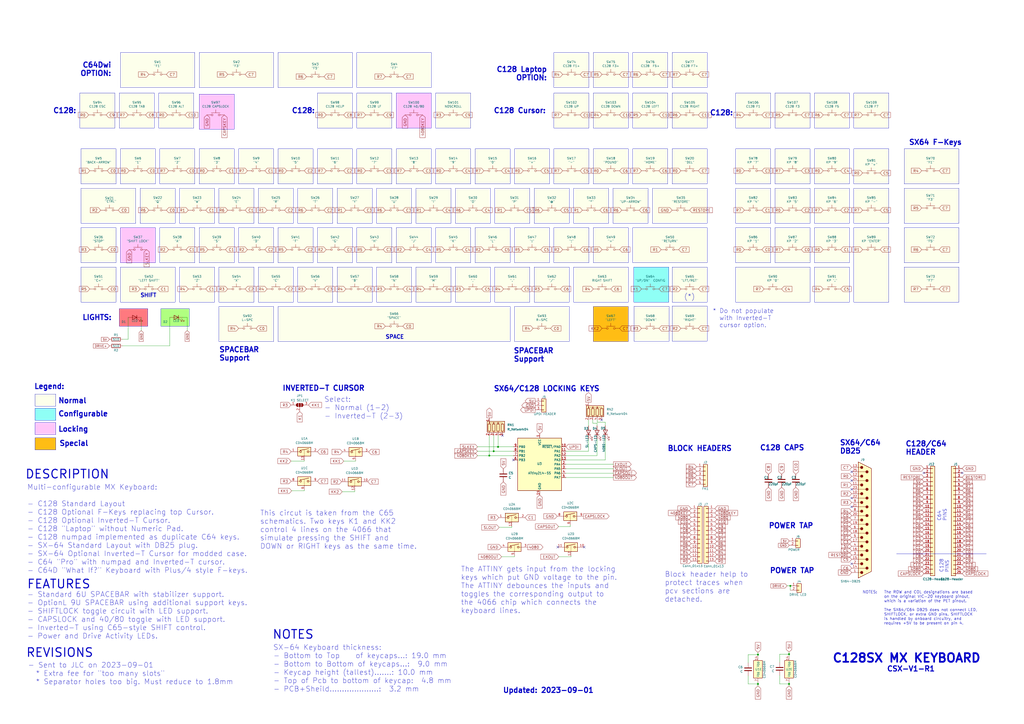
<source format=kicad_sch>
(kicad_sch (version 20230121) (generator eeschema)
  (paper "A2")
  (title_block (title "C128SX Keyboard") (date "2023-09-01") (rev "CSX-V1-R1") (company "Steve J. Gray"))
  (junction (at 439.674 396.748))
  (junction (at 286.385 261.747))
  (junction (at 457.708 379.476))
  (junction (at 439.674 379.73))
  (junction (at 457.708 396.748))
  (junction (at 458.47 339.852))
  (junction (at 288.925 259.207))
  (junction (at 283.845 264.287))
  (no_connect (at 348.996 243.586))
  (no_connect (at 494.03 294.005))
  (no_connect (at 291.465 252.603))
  (no_connect (at 494.03 283.845))
  (no_connect (at 494.03 327.025))
  (no_connect (at 297.815 266.827))
  (no_connect (at 338.836 317.373))
  (no_connect (at 558.165 274.32))
  (no_connect (at 494.03 273.685))
  (no_connect (at 494.03 288.925))
  (no_connect (at 323.596 317.373))
  (no_connect (at 535.94 274.32))
  (no_connect (at 494.03 278.765))
  (wire (pts (xy 439.674 395.859) (xy 439.674 396.748)))
  (wire (pts (xy 346.329 247.015) (xy 346.329 245.491)))
  (wire (pts (xy 108.585 184.15) (xy 108.585 191.77)))
  (wire (pts (xy 439.674 396.748) (xy 433.959 396.748)))
  (wire (pts (xy 433.959 379.73) (xy 433.959 384.429)))
  (wire (pts (xy 81.915 184.15) (xy 81.915 191.77)))
  (wire (pts (xy 452.247 396.748) (xy 452.247 391.795)))
  (wire (pts (xy 343.916 245.491) (xy 343.916 243.586)))
  (wire (pts (xy 283.845 264.287) (xy 297.815 264.287)))
  (wire (pts (xy 290.957 322.961) (xy 298.45 322.961)))
  (wire (pts (xy 341.376 261.747) (xy 341.376 254.635)))
  (wire (pts (xy 452.247 379.476) (xy 457.708 379.476)))
  (wire (pts (xy 71.12 200.66) (xy 98.425 200.66)))
  (wire (pts (xy 351.155 244.983) (xy 346.456 244.983)))
  (wire (pts (xy 457.708 378.206) (xy 457.708 379.476)))
  (wire (pts (xy 452.247 379.476) (xy 452.247 384.175)))
  (wire (pts (xy 198.501 285.242) (xy 205.74 285.242)))
  (wire (pts (xy 288.925 252.603) (xy 288.925 259.207)))
  (wire (pts (xy 439.674 379.73) (xy 433.959 379.73)))
  (wire (pts (xy 74.295 184.15) (xy 74.295 196.85)))
  (wire (pts (xy 351.155 266.827) (xy 351.155 254.508)))
  (wire (pts (xy 351.155 246.888) (xy 351.155 244.983)))
  (wire (pts (xy 457.708 396.748) (xy 452.247 396.748)))
  (wire (pts (xy 298.45 322.961) (xy 298.45 322.453)))
  (wire (pts (xy 328.295 276.987) (xy 355.854 276.987)))
  (wire (pts (xy 289.687 305.943) (xy 296.926 305.943)))
  (wire (pts (xy 439.674 379.73) (xy 439.674 380.619)))
  (wire (pts (xy 328.295 264.287) (xy 346.329 264.287)))
  (wire (pts (xy 328.295 266.827) (xy 351.155 266.827)))
  (wire (pts (xy 341.376 243.586) (xy 341.376 247.015)))
  (wire (pts (xy 457.708 395.859) (xy 457.708 396.748)))
  (wire (pts (xy 296.926 305.943) (xy 296.926 305.308)))
  (wire (pts (xy 330.835 305.435) (xy 330.835 304.546)))
  (wire (pts (xy 206.248 267.462) (xy 206.248 267.208)))
  (wire (pts (xy 169.164 284.734) (xy 176.53 284.734)))
  (wire (pts (xy 283.845 252.603) (xy 283.845 264.287)))
  (wire (pts (xy 288.925 259.207) (xy 297.815 259.207)))
  (wire (pts (xy 439.674 396.748) (xy 439.674 397.891)))
  (wire (pts (xy 176.53 267.462) (xy 176.53 267.081)))
  (wire (pts (xy 276.987 264.287) (xy 283.845 264.287)))
  (wire (pts (xy 328.295 269.367) (xy 355.854 269.367)))
  (wire (pts (xy 276.987 259.207) (xy 288.925 259.207)))
  (wire (pts (xy 328.295 274.447) (xy 355.854 274.447)))
  (wire (pts (xy 346.456 244.983) (xy 346.456 243.586)))
  (wire (pts (xy 346.329 245.491) (xy 343.916 245.491)))
  (polyline (pts (xy 520.065 321.31) (xy 572.135 321.31)))
  (wire (pts (xy 331.216 322.961) (xy 331.216 322.453)))
  (wire (pts (xy 439.674 378.46) (xy 439.674 379.73)))
  (wire (pts (xy 328.295 271.907) (xy 355.854 271.907)))
  (wire (pts (xy 286.385 252.603) (xy 286.385 261.747)))
  (wire (pts (xy 168.91 267.462) (xy 176.53 267.462)))
  (wire (pts (xy 108.585 184.15) (xy 106.045 184.15)))
  (wire (pts (xy 205.74 285.242) (xy 205.74 284.48)))
  (wire (pts (xy 457.708 379.476) (xy 457.708 380.619)))
  (wire (pts (xy 199.39 267.462) (xy 206.248 267.462)))
  (wire (pts (xy 323.977 305.435) (xy 330.835 305.435)))
  (wire (pts (xy 433.959 396.748) (xy 433.959 392.049)))
  (wire (pts (xy 458.47 339.852) (xy 458.47 342.392)))
  (wire (pts (xy 346.329 264.287) (xy 346.329 254.635)))
  (wire (pts (xy 276.987 261.747) (xy 286.385 261.747)))
  (wire (pts (xy 456.565 339.852) (xy 458.47 339.852)))
  (wire (pts (xy 176.53 284.734) (xy 176.53 284.226)))
  (wire (pts (xy 457.708 396.748) (xy 457.708 397.891)))
  (wire (pts (xy 286.385 261.747) (xy 297.815 261.747)))
  (wire (pts (xy 324.104 322.961) (xy 331.216 322.961)))
  (wire (pts (xy 328.295 261.747) (xy 341.376 261.747)))
  (wire (pts (xy 74.295 196.85) (xy 71.12 196.85)))
  (wire (pts (xy 98.425 184.15) (xy 98.425 200.66)))
  (rectangle (start 229.87 132.08) (end 250.19 152.4) (fill (type color) (color 253 255 235 1)))
  (rectangle (start 161.29 30.48) (end 204.47 50.8) (fill (type color) (color 253 255 235 1)))
  (rectangle (start 115.57 86.36) (end 135.89 106.68) (fill (type color) (color 253 255 235 1)))
  (rectangle (start 46.355 53.975) (end 66.675 74.295) (fill (type color) (color 253 255 235 1)))
  (rectangle (start 344.17 177.8) (end 364.49 198.12) (fill (type color) (color 255 189 20 1)))
  (rectangle (start 207.01 86.36) (end 227.33 106.68) (fill (type color) (color 253 255 235 1)))
  (rectangle (start 46.99 86.36) (end 46.99 86.36))
  (rectangle (start 92.075 53.975) (end 112.395 74.295) (fill (type color) (color 253 255 235 1)))
  (rectangle (start 149.86 154.94) (end 170.18 175.26) (fill (type color) (color 253 255 235 1)))
  (rectangle (start 524.51 109.22) (end 556.26 129.54) (fill (type color) (color 253 255 235 1)))
  (rectangle (start 367.03 86.36) (end 387.35 106.68) (fill (type color) (color 253 255 235 1)))
  (rectangle (start 46.99 86.36) (end 67.31 106.68) (fill (type color) (color 253 255 235 1)))
  (rectangle (start 524.51 86.36) (end 556.26 106.68) (fill (type color) (color 253 255 235 1)))
  (rectangle (start 524.51 154.94) (end 556.26 175.26) (fill (type color) (color 253 255 235 1)))
  (rectangle (start 321.31 132.08) (end 341.63 152.4) (fill (type color) (color 253 255 235 1)))
  (rectangle (start 252.73 132.08) (end 273.05 152.4) (fill (type color) (color 253 255 235 1)))
  (rectangle (start 127 154.94) (end 147.32 175.26) (fill (type color) (color 253 255 235 1)))
  (rectangle (start 184.15 53.975) (end 204.47 74.295) (fill (type color) (color 253 255 235 1)))
  (rectangle (start 172.72 154.94) (end 193.04 175.26) (fill (type color) (color 253 255 235 1)))
  (rectangle (start 218.44 154.94) (end 238.76 175.26) (fill (type color) (color 253 255 235 1)))
  (rectangle (start 184.15 132.08) (end 204.47 152.4) (fill (type color) (color 253 255 235 1)))
  (rectangle (start 298.45 132.08) (end 318.77 152.4) (fill (type color) (color 253 255 235 1)))
  (rectangle (start 298.45 86.36) (end 318.77 106.68) (fill (type color) (color 253 255 235 1)))
  (rectangle (start 355.6 109.22) (end 375.92 129.54) (fill (type color) (color 253 255 235 1)))
  (rectangle (start 229.87 53.975) (end 250.19 74.295) (fill (type color) (color 255 198 249 1)))
  (rectangle (start 81.28 109.22) (end 101.6 129.54) (fill (type color) (color 253 255 235 1)))
  (rectangle (start 449.58 109.22) (end 469.9 129.54) (fill (type color) (color 253 255 235 1)))
  (rectangle (start 275.59 132.08) (end 295.91 152.4) (fill (type color) (color 253 255 235 1)))
  (rectangle (start 344.17 30.48) (end 364.49 50.8) (fill (type color) (color 253 255 235 1)))
  (rectangle (start 138.43 132.08) (end 158.75 152.4) (fill (type color) (color 253 255 235 1)))
  (rectangle (start 378.46 109.22) (end 410.21 129.54) (fill (type color) (color 253 255 235 1)))
  (rectangle (start 332.74 109.22) (end 353.06 129.54) (fill (type color) (color 253 255 235 1)))
  (rectangle (start 449.58 53.975) (end 469.9 74.295) (fill (type color) (color 253 255 235 1)))
  (rectangle (start 69.85 132.08) (end 90.17 152.4) (fill (type color) (color 255 198 249 1)))
  (rectangle (start 69.85 86.36) (end 90.17 106.68) (fill (type color) (color 253 255 235 1)))
  (rectangle (start 367.03 132.08) (end 410.21 152.4) (fill (type color) (color 253 255 235 1)))
  (rectangle (start 252.73 53.975) (end 273.05 74.295) (fill (type color) (color 253 255 235 1)))
  (rectangle (start 241.3 109.22) (end 261.62 129.54) (fill (type color) (color 253 255 235 1)))
  (rectangle (start 472.44 53.975) (end 492.76 74.295) (fill (type color) (color 253 255 235 1)))
  (rectangle (start 389.89 177.546) (end 410.21 197.866) (fill (type color) (color 253 255 235 1)))
  (rectangle (start 344.17 53.975) (end 364.49 74.295) (fill (type color) (color 253 255 235 1)))
  (rectangle (start 20.32 254) (end 32.385 260.985) (fill (type color) (color 255 189 20 1)))
  (rectangle (start 309.88 109.22) (end 330.2 129.54) (fill (type color) (color 253 255 235 1)))
  (rectangle (start 472.44 154.94) (end 492.76 175.26) (fill (type color) (color 253 255 235 1)))
  (rectangle (start 344.17 86.36) (end 364.49 106.68) (fill (type color) (color 253 255 235 1)))
  (rectangle (start 92.71 132.08) (end 113.03 152.4) (fill (type color) (color 253 255 235 1)))
  (rectangle (start 524.51 132.08) (end 556.26 152.4) (fill (type color) (color 253 255 235 1)))
  (rectangle (start 46.99 132.08) (end 67.31 152.4) (fill (type color) (color 253 255 235 1)))
  (rectangle (start 344.17 132.08) (end 364.49 152.4) (fill (type color) (color 253 255 235 1)))
  (rectangle (start 207.01 53.975) (end 227.33 74.295) (fill (type color) (color 253 255 235 1)))
  (rectangle (start 149.86 109.22) (end 170.18 129.54) (fill (type color) (color 253 255 235 1)))
  (rectangle (start 321.31 30.48) (end 341.63 50.8) (fill (type color) (color 253 255 235 1)))
  (rectangle (start 495.3 86.36) (end 515.62 106.68) (fill (type color) (color 253 255 235 1)))
  (rectangle (start 367.665 154.94) (end 387.985 175.26) (fill (type color) (color 143 255 245 1)))
  (rectangle (start 389.89 86.36) (end 410.21 106.68) (fill (type color) (color 253 255 235 1)))
  (rectangle (start 321.31 53.975) (end 341.63 74.295) (fill (type color) (color 253 255 235 1)))
  (rectangle (start 161.29 86.36) (end 181.61 106.68) (fill (type color) (color 253 255 235 1)))
  (rectangle (start 472.44 109.22) (end 492.76 129.54) (fill (type color) (color 253 255 235 1)))
  (rectangle (start 367.792 177.673) (end 388.112 197.993) (fill (type color) (color 253 255 235 1)))
  (rectangle (start 472.44 132.08) (end 492.76 152.4) (fill (type color) (color 253 255 235 1)))
  (rectangle (start 195.58 109.22) (end 215.9 129.54) (fill (type color) (color 253 255 235 1)))
  (rectangle (start 252.73 86.36) (end 273.05 106.68) (fill (type color) (color 253 255 235 1)))
  (rectangle (start 495.3 53.975) (end 515.62 74.295) (fill (type color) (color 253 255 235 1)))
  (rectangle (start 172.72 109.22) (end 193.04 129.54) (fill (type color) (color 253 255 235 1)))
  (rectangle (start 321.31 86.36) (end 341.63 106.68) (fill (type color) (color 253 255 235 1)))
  (rectangle (start 495.3 109.22) (end 515.62 129.54) (fill (type color) (color 253 255 235 1)))
  (rectangle (start 426.72 53.975) (end 447.04 74.295) (fill (type color) (color 253 255 235 1)))
  (rectangle (start 367.03 30.48) (end 387.35 50.8) (fill (type color) (color 253 255 235 1)))
  (rectangle (start 104.14 154.94) (end 124.46 175.26) (fill (type color) (color 253 255 235 1)))
  (rectangle (start 69.215 53.975) (end 89.535 74.295) (fill (type color) (color 253 255 235 1)))
  (rectangle (start 184.15 86.36) (end 204.47 106.68) (fill (type color) (color 253 255 235 1)))
  (rectangle (start 93.345 179.07) (end 109.855 189.23) (fill (type color) (color 176 255 128 1)))
  (rectangle (start 275.59 86.36) (end 295.91 106.68) (fill (type color) (color 253 255 235 1)))
  (rectangle (start 367.03 53.975) (end 387.35 74.295) (fill (type color) (color 253 255 235 1)))
  (rectangle (start 309.88 154.94) (end 330.2 175.26) (fill (type color) (color 253 255 235 1)))
  (rectangle (start 264.16 154.94) (end 284.48 175.26) (fill (type color) (color 253 255 235 1)))
  (rectangle (start 389.89 154.94) (end 410.21 175.26) (fill (type color) (color 253 255 235 1)))
  (rectangle (start 426.72 132.08) (end 447.04 152.4) (fill (type color) (color 253 255 235 1)))
  (rectangle (start 92.71 86.36) (end 113.03 106.68) (fill (type color) (color 253 255 235 1)))
  (rectangle (start 449.58 132.08) (end 469.9 152.4) (fill (type color) (color 253 255 235 1)))
  (rectangle (start 207.01 132.08) (end 227.33 152.4) (fill (type color) (color 253 255 235 1)))
  (rectangle (start 115.57 132.08) (end 135.89 152.4) (fill (type color) (color 253 255 235 1)))
  (rectangle (start 127 177.8) (end 158.75 198.12) (fill (type color) (color 253 255 235 1)))
  (rectangle (start 46.99 154.94) (end 67.31 175.26) (fill (type color) (color 253 255 235 1)))
  (rectangle (start 46.355 53.975) (end 46.355 53.975))
  (rectangle (start 298.45 177.8) (end 330.2 198.12) (fill (type color) (color 253 255 235 1)))
  (rectangle (start 138.43 86.36) (end 158.75 106.68) (fill (type color) (color 253 255 235 1)))
  (rectangle (start 426.72 109.22) (end 447.04 129.54) (fill (type color) (color 253 255 235 1)))
  (rectangle (start 241.3 154.94) (end 261.62 175.26) (fill (type color) (color 253 255 235 1)))
  (rectangle (start 229.87 86.36) (end 250.19 106.68) (fill (type color) (color 253 255 235 1)))
  (rectangle (start 20.32 228.6) (end 32.385 235.585) (fill (type color) (color 253 255 235 1)))
  (rectangle (start 69.85 154.94) (end 101.6 175.26) (fill (type color) (color 253 255 235 1)))
  (rectangle (start 161.29 132.08) (end 181.61 152.4) (fill (type color) (color 253 255 235 1)))
  (rectangle (start 69.85 30.48) (end 113.03 50.8) (fill (type color) (color 253 255 235 1)))
  (rectangle (start 389.89 53.975) (end 410.21 74.295) (fill (type color) (color 253 255 235 1)))
  (rectangle (start 69.215 179.07) (end 85.725 189.23) (fill (type color) (color 255 121 127 1)))
  (rectangle (start 449.58 86.36) (end 469.9 106.68) (fill (type color) (color 253 255 235 1)))
  (rectangle (start 46.99 109.22) (end 78.74 129.54) (fill (type color) (color 253 255 235 1)))
  (rectangle (start 20.32 236.855) (end 32.385 243.84) (fill (type color) (color 143 255 245 1)))
  (rectangle (start 495.3 132.08) (end 515.62 175.26) (fill (type color) (color 253 255 235 1)))
  (rectangle (start 389.89 30.48) (end 410.21 50.8) (fill (type color) (color 253 255 235 1)))
  (rectangle (start 104.14 109.22) (end 124.46 129.54) (fill (type color) (color 253 255 235 1)))
  (rectangle (start 264.16 109.22) (end 284.48 129.54) (fill (type color) (color 253 255 235 1)))
  (rectangle (start 115.57 54.61) (end 135.89 74.93) (fill (type color) (color 255 198 249 1)))
  (rectangle (start 426.72 86.36) (end 447.04 106.68) (fill (type color) (color 253 255 235 1)))
  (rectangle (start 127 109.22) (end 147.32 129.54) (fill (type color) (color 253 255 235 1)))
  (rectangle (start 195.58 154.94) (end 215.9 175.26) (fill (type color) (color 253 255 235 1)))
  (rectangle (start 20.32 245.11) (end 32.385 252.095) (fill (type color) (color 255 198 249 1)))
  (rectangle (start 472.44 86.36) (end 492.76 106.68) (fill (type color) (color 253 255 235 1)))
  (rectangle (start 207.01 30.48) (end 250.19 50.8) (fill (type color) (color 253 255 235 1)))
  (rectangle (start 218.44 109.22) (end 238.76 129.54) (fill (type color) (color 253 255 235 1)))
  (rectangle (start 161.29 177.8) (end 295.91 198.12) (fill (type color) (color 253 255 235 1)))
  (rectangle (start 115.57 30.48) (end 158.75 50.8) (fill (type color) (color 253 255 235 1)))
  (rectangle (start 332.74 154.94) (end 364.49 175.26) (fill (type color) (color 253 255 235 1)))
  (rectangle (start 426.72 154.94) (end 469.9 175.26) (fill (type color) (color 253 255 235 1)))
  (rectangle (start 287.02 109.22) (end 307.34 129.54) (fill (type color) (color 253 255 235 1)))
  (rectangle (start 287.02 154.94) (end 307.34 175.26) (fill (type color) (color 253 255 235 1)))
  (rectangle (start 46.99 132.08) (end 46.99 132.08))
  (text "C128 Laptop\nOPTION:" (at 317.5 46.99 0) (effects (font (size 2.9972 2.9972) (thickness 0.5994) bold) (justify right bottom)))
  (text "SHIFT" (at 81.28 172.72 0) (effects (font (size 2.2098 2.2098) (thickness 0.442) bold) (justify left bottom)))
  (text "DESCRIPTION" (at 14.478 278.13 0) (effects (font (size 5 5) (thickness 0.5994) bold) (justify left bottom)))
  (text "Legend:" (at 19.685 226.06 0) (effects (font (size 2.9972 2.9972) (thickness 0.5994) bold) (justify left bottom)))
  (text "Normal" (at 33.655 234.315 0) (effects (font (size 2.9972 2.9972) (thickness 0.5994) bold) (justify left bottom)))
  (text "SPACE" (at 223.52 196.85 0) (effects (font (size 2.2098 2.2098) (thickness 0.442) bold) (justify left bottom)))
  (text "SPACEBAR\nSupport" (at 127 209.55 0) (effects (font (size 2.9972 2.9972) (thickness 0.5994) bold) (justify left bottom)))
  (text "C64Dwi\nOPTION:" (at 64.77 44.45 0) (effects (font (size 2.9972 2.9972) (thickness 0.5994) bold) (justify right bottom)))
  (text "- Standard 6U SPACEBAR with stabilizer support.\n- OptionL 9U SPACEBAR using additional support keys.\n- SHIFTLOCK toggle circuit with LED support.\n- CAPSLOCK and 40/80 toggle with LED support.\n- Inverted-T using C65-style SHIFT control.\n- Power and Drive Activity LEDs." (at 15.748 370.84 0) (effects (font (size 2.9972 2.9972)) (justify left bottom)))
  (text "Select:\n- Normal (1-2)\n- Inverted-T (2-3) " (at 188.087 243.205 0) (effects (font (size 2.9972 2.9972)) (justify left bottom)))
  (text "SX64/C128 LOCKING KEYS" (at 286.258 227.33 0) (effects (font (size 2.9972 2.9972) (thickness 0.5994) bold) (justify left bottom)))
  (text "C128:" (at 425.45 67.31 0) (effects (font (size 2.9972 2.9972) (thickness 0.5994) bold) (justify right bottom)))
  (text "BLOCK HEADERS" (at 387.096 262.001 0) (effects (font (size 2.9972 2.9972) (thickness 0.5994) bold) (justify left bottom)))
  (text "POWER TAP" (at 445.77 306.832 0) (effects (font (size 2.9972 2.9972) (thickness 0.5994) bold) (justify left bottom)))
  (text "(*)" (at 396.748 173.99 0) (effects (font (size 3 3)) (justify left bottom)))
  (text "SX-64 Keyboard thickness: \n- Bottom to Top    of keycaps...: 19.0 mm\n- Bottom to Bottom of keycaps...:  9.0 mm\n- Keycap height (tallest).......: 10.0 mm\n- Top of Pcb to bottom of keycap:  4.8 mm\n- PCB+Sheild....................:  3.2 mm\n" (at 158.496 401.574 0) (effects (font (size 2.9972 2.9972)) (justify left bottom)))
  (text "C128 Cursor:" (at 316.865 66.04 0) (effects (font (size 2.9972 2.9972) (thickness 0.5994) bold) (justify right bottom)))
  (text "NOTES" (at 157.861 371.094 0) (effects (font (size 5 5) (thickness 0.5994) bold) (justify left bottom)))
  (text "The ATTINY gets input from the locking\nkeys which put GND voltage to the pin.\nThe ATTINY debounces the inputs and\ntoggles the corresponding output to\nthe 4066 chip which connects the\nkeyboard lines." (at 267.335 356.108 0) (effects (font (size 2.9972 2.9972)) (justify left bottom)))
  (text "INVERTED-T CURSOR" (at 163.703 227.076 0) (effects (font (size 2.9972 2.9972) (thickness 0.5994) bold) (justify left bottom)))
  (text "LIGHTS:" (at 47.625 186.055 0) (effects (font (size 2.9972 2.9972) (thickness 0.5994) bold) (justify left bottom)))
  (text "Locking" (at 33.655 250.825 0) (effects (font (size 2.9972 2.9972) (thickness 0.5994) bold) (justify left bottom)))
  (text "Multi-configurable MX Keyboard:\n\n- C128 Standard Layout\n- C128 Optional F-Keys replacing top Cursor.\n- C128 Optional Inverted-T Cursor.\n- C128 \"Laptop\" without Numeric Pad.\n- C128 numpad implemented as duplicate C64 keys.\n- SX-64 Standard Layout with DB25 plug.\n- SX-64 Optional Inverted-T Cursor for modded case.\n- C64 \"Pro\" with numpad and Inverted-T cursor.\n- C64D \"What If?\" Keyboard with Plus/4 style F-keys.\n" (at 15.748 332.74 0) (effects (font (size 2.9972 2.9972)) (justify left bottom)))
  (text "CSX-V1-R1" (at 514.35 389.89 0) (effects (font (size 2.9972 2.9972) (thickness 0.5994) bold) (justify left bottom)))
  (text "SX64 F-Keys" (at 558.165 84.455 0) (effects (font (size 2.9972 2.9972) (thickness 0.5994) bold) (justify right bottom)))
  (text "SX64/C64\nDB25" (at 487.045 263.525 0) (effects (font (size 2.9972 2.9972) (thickness 0.5994) bold) (justify left bottom)))
  (text "C128 CAPS" (at 440.69 261.62 0) (effects (font (size 2.9972 2.9972) (thickness 0.5994) bold) (justify left bottom)))
  (text "Configurable" (at 33.655 241.935 0) (effects (font (size 2.9972 2.9972) (thickness 0.5994) bold) (justify left bottom)))
  (text "C128/C64\nHEADER" (at 525.145 264.16 0) (effects (font (size 2.9972 2.9972) (thickness 0.5994) bold) (justify left bottom)))
  (text "C128:" (at 44.45 66.04 0) (effects (font (size 2.9972 2.9972) (thickness 0.5994) bold) (justify right bottom)))
  (text "Block header help to\nprotect traces when\npcv sections are\ndetached." (at 385.572 349.504 0) (effects (font (size 2.9972 2.9972)) (justify left bottom)))
  (text "C128SX MX KEYBOARD" (at 482.6 384.81 0) (effects (font (size 5.0038 5.0038) (thickness 1.0008) bold) (justify left bottom)))
  (text "REVISIONS" (at 14.986 381.635 0) (effects (font (size 5 5) (thickness 0.5994) bold) (justify left bottom)))
  (text "FEATURES" (at 15.494 341.884 0) (effects (font (size 5 5) (thickness 0.5994) bold) (justify left bottom)))
  (text "C128:" (at 182.88 66.04 0) (effects (font (size 2.9972 2.9972) (thickness 0.5994) bold) (justify right bottom)))
  (text "* Do not populate\n  with Inverted-T\n  cursor option." (at 413.385 190.246 0) (effects (font (size 2.56 2.56)) (justify left bottom)))
  (text "SPACEBAR\nSupport" (at 297.815 210.185 0) (effects (font (size 2.9972 2.9972) (thickness 0.5994) bold) (justify left bottom)))
  (text "POWER TAP" (at 446.405 332.867 0) (effects (font (size 2.9972 2.9972) (thickness 0.5994) bold) (justify left bottom)))
  (text "This circut is taken from the C65\nschematics. Two keys K1 and KK2\ncontrol 4 lines on the 4066 that\nsimulate pressing the SHIFT and\nDOWN or RIGHT keys as the same time." (at 150.876 318.77 0) (effects (font (size 2.9972 2.9972)) (justify left bottom)))
  (text "Updated: 2023-09-01" (at 291.592 402.336 0) (effects (font (size 2.9972 2.9972) (thickness 0.5994) bold) (justify left bottom)))
  (text "- Sent to JLC on 2023-09-01\n  * Extra fee for \"too many slots\"\n  * Separator holes too big. Must reduce to 1.8mm" (at 16.129 397.383 0) (effects (font (size 2.9972 2.9972)) (justify left bottom)))
  (text "C64\nPINS" (at 549.275 302.26 90) (effects (font (size 2 2)) (justify left bottom)))
  (text "C128\nPINS" (at 550.545 332.105 90) (effects (font (size 2 2)) (justify left bottom)))
  (text "NOTES:	The ROW and COL designations are based\n		on the original VIC-20 keyboard pinout,\n		which is a variation of the PET pinout.\n\n		The SX64/C64 DB25 does not connect LED,\n		SHIFTLOCK, or extra GND pins. SHIFTLOCK\n		is handled by onboard circuitry, and\n		requires +5V to be present on pin 4." (at 500.38 362.585 0) (effects (font (size 1.6 1.6)) (justify left bottom)))
  (text "Special" (at 34.29 259.08 0) (effects (font (size 2.9972 2.9972) (thickness 0.5994) bold) (justify left bottom)))
  (global_label "C6" (shape input) (at 336.55 144.78 0) (effects (font (size 1.56 1.56))) (property "Intersheetrefs" "${INTERSHEET_REFS}" (effects hide)))
  (global_label "C10" (shape input) (at 558.165 327.66 0) (effects (font (size 1.56 1.56))) (property "Intersheetrefs" "${INTERSHEET_REFS}" (effects hide)))
  (global_label "5V" (shape input) (at 63.5 196.85 180) (property "Intersheetrefs" "${INTERSHEET_REFS}" (effects hide)))
  (global_label "R4" (shape input) (at 326.39 43.18 180) (effects (font (size 1.56 1.56))) (property "Intersheetrefs" "${INTERSHEET_REFS}" (effects hide)))
  (global_label "R5" (shape input) (at 494.03 301.625 180) (effects (font (size 1.56 1.56))) (property "Intersheetrefs" "${INTERSHEET_REFS}" (effects hide)))
  (global_label "C8" (shape input) (at 414.655 307.721 0) (effects (font (size 1.56 1.56))) (property "Intersheetrefs" "${INTERSHEET_REFS}" (effects hide)))
  (global_label "GND" (shape input) (at 558.165 271.78 0) (effects (font (size 1.56 1.56))) (property "Intersheetrefs" "${INTERSHEET_REFS}" (effects hide)))
  (global_label "R6" (shape input) (at 177.8 44.45 180) (effects (font (size 1.56 1.56))) (property "Intersheetrefs" "${INTERSHEET_REFS}" (effects hide)))
  (global_label "C1" (shape input) (at 558.165 317.5 0) (effects (font (size 1.56 1.56))) (property "Intersheetrefs" "${INTERSHEET_REFS}" (effects hide)))
  (global_label "C0" (shape input) (at 319.405 190.5 0) (effects (font (size 1.56 1.56))) (property "Intersheetrefs" "${INTERSHEET_REFS}" (effects hide)))
  (global_label "5V" (shape input) (at 291.973 271.907 90) (effects (font (size 1.56 1.56))) (property "Intersheetrefs" "${INTERSHEET_REFS}" (effects hide)))
  (global_label "KK2" (shape input) (at 198.501 285.242 180) (effects (font (size 1.56 1.56))) (property "Intersheetrefs" "${INTERSHEET_REFS}" (effects hide)))
  (global_label "C10" (shape input) (at 400.939 302.641 180) (effects (font (size 1.56 1.56))) (property "Intersheetrefs" "${INTERSHEET_REFS}" (effects hide)))
  (global_label "4080KEY" (shape input) (at 245.11 66.675 270) (effects (font (size 1.56 1.56))) (property "Intersheetrefs" "${INTERSHEET_REFS}" (effects hide)))
  (global_label "R4" (shape input) (at 168.91 262.001 180) (effects (font (size 1.56 1.56))) (property "Intersheetrefs" "${INTERSHEET_REFS}" (effects hide)))
  (global_label "R7" (shape input) (at 372.11 99.06 180) (effects (font (size 1.56 1.56))) (property "Intersheetrefs" "${INTERSHEET_REFS}" (effects hide)))
  (global_label "C5" (shape input) (at 494.03 324.485 180) (effects (font (size 1.56 1.56))) (property "Intersheetrefs" "${INTERSHEET_REFS}" (effects hide)))
  (global_label "R6" (shape input) (at 269.24 121.92 180) (effects (font (size 1.56 1.56))) (property "Intersheetrefs" "${INTERSHEET_REFS}" (effects hide)))
  (global_label "C2" (shape input) (at 535.94 314.96 180) (effects (font (size 1.56 1.56))) (property "Intersheetrefs" "${INTERSHEET_REFS}" (effects hide)))
  (global_label "KK2" (shape input) (at 168.783 267.462 180) (effects (font (size 1.56 1.56))) (property "Intersheetrefs" "${INTERSHEET_REFS}" (effects hide)))
  (global_label "R7" (shape input) (at 212.09 66.675 180) (effects (font (size 1.56 1.56))) (property "Intersheetrefs" "${INTERSHEET_REFS}" (effects hide)))
  (global_label "R0" (shape input) (at 189.23 66.675 180) (effects (font (size 1.56 1.56))) (property "Intersheetrefs" "${INTERSHEET_REFS}" (effects hide)))
  (global_label "R6" (shape input) (at 477.52 66.675 180) (effects (font (size 1.56 1.56))) (property "Intersheetrefs" "${INTERSHEET_REFS}" (effects hide)))
  (global_label "C1" (shape input) (at 91.44 167.64 0) (effects (font (size 1.56 1.56))) (property "Intersheetrefs" "${INTERSHEET_REFS}" (effects hide)))
  (global_label "4080" (shape input) (at 535.94 330.2 180) (effects (font (size 1.56 1.56))) (property "Intersheetrefs" "${INTERSHEET_REFS}" (effects hide)))
  (global_label "R6" (shape input) (at 360.68 121.92 180) (effects (font (size 1.56 1.56))) (property "Intersheetrefs" "${INTERSHEET_REFS}" (effects hide)))
  (global_label "C7" (shape input) (at 464.82 66.675 0) (effects (font (size 1.56 1.56))) (property "Intersheetrefs" "${INTERSHEET_REFS}" (effects hide)))
  (global_label "4080" (shape input) (at 558.165 330.2 0) (effects (font (size 1.56 1.56))) (property "Intersheetrefs" "${INTERSHEET_REFS}" (effects hide)))
  (global_label "C7" (shape input) (at 359.41 43.18 0) (effects (font (size 1.56 1.56))) (property "Intersheetrefs" "${INTERSHEET_REFS}" (effects hide)))
  (global_label "R1" (shape input) (at 109.22 121.92 180) (effects (font (size 1.56 1.56))) (property "Intersheetrefs" "${INTERSHEET_REFS}" (effects hide)))
  (global_label "R5" (shape input) (at 404.114 273.304 180) (effects (font (size 1.56 1.56))) (property "Intersheetrefs" "${INTERSHEET_REFS}" (effects hide)))
  (global_label "C9" (shape input) (at 400.939 305.181 180) (effects (font (size 1.56 1.56))) (property "Intersheetrefs" "${INTERSHEET_REFS}" (effects hide)))
  (global_label "C7" (shape input) (at 405.13 99.06 0) (effects (font (size 1.56 1.56))) (property "Intersheetrefs" "${INTERSHEET_REFS}" (effects hide)))
  (global_label "C1" (shape input) (at 130.81 99.06 0) (effects (font (size 1.56 1.56))) (property "Intersheetrefs" "${INTERSHEET_REFS}" (effects hide)))
  (global_label "R6" (shape input) (at 534.67 144.78 180) (effects (font (size 1.56 1.56))) (property "Intersheetrefs" "${INTERSHEET_REFS}" (effects hide)))
  (global_label "C6" (shape input) (at 359.41 99.06 0) (effects (font (size 1.56 1.56))) (property "Intersheetrefs" "${INTERSHEET_REFS}" (effects hide)))
  (global_label "R7" (shape input) (at 414.655 312.801 0) (effects (font (size 1.56 1.56))) (property "Intersheetrefs" "${INTERSHEET_REFS}" (effects hide)))
  (global_label "C9" (shape input) (at 558.165 325.12 0) (effects (font (size 1.56 1.56))) (property "Intersheetrefs" "${INTERSHEET_REFS}" (effects hide)))
  (global_label "C8" (shape input) (at 445.77 275.082 90) (effects (font (size 1.56 1.56))) (property "Intersheetrefs" "${INTERSHEET_REFS}" (effects hide)))
  (global_label "C2" (shape input) (at 176.53 99.06 0) (effects (font (size 1.56 1.56))) (property "Intersheetrefs" "${INTERSHEET_REFS}" (effects hide)))
  (global_label "GND" (shape input) (at 461.645 282.702 270) (effects (font (size 1.56 1.56))) (property "Intersheetrefs" "${INTERSHEET_REFS}" (effects hide)))
  (global_label "C7" (shape input) (at 184.15 279.146 0) (effects (font (size 1.56 1.56))) (property "Intersheetrefs" "${INTERSHEET_REFS}" (effects hide)))
  (global_label "R7" (shape input) (at 494.03 311.785 180) (effects (font (size 1.56 1.56))) (property "Intersheetrefs" "${INTERSHEET_REFS}" (effects hide)))
  (global_label "R3" (shape input) (at 132.08 167.64 180) (effects (font (size 1.56 1.56))) (property "Intersheetrefs" "${INTERSHEET_REFS}" (effects hide)))
  (global_label "C3" (shape input) (at 222.25 99.06 0) (effects (font (size 1.56 1.56))) (property "Intersheetrefs" "${INTERSHEET_REFS}" (effects hide)))
  (global_label "C1" (shape input) (at 494.03 304.165 180) (effects (font (size 1.56 1.56))) (property "Intersheetrefs" "${INTERSHEET_REFS}" (effects hide)))
  (global_label "C4" (shape input) (at 494.03 319.405 180) (effects (font (size 1.56 1.56))) (property "Intersheetrefs" "${INTERSHEET_REFS}" (effects hide)))
  (global_label "GND" (shape input) (at 120.015 66.675 270) (effects (font (size 1.56 1.56))) (property "Intersheetrefs" "${INTERSHEET_REFS}" (effects hide)))
  (global_label "C3" (shape input) (at 233.68 121.92 0) (effects (font (size 1.56 1.56))) (property "Intersheetrefs" "${INTERSHEET_REFS}" (effects hide)))
  (global_label "C2" (shape input) (at 558.165 314.96 0) (effects (font (size 1.56 1.56))) (property "Intersheetrefs" "${INTERSHEET_REFS}" (effects hide)))
  (global_label "R6" (shape input) (at 414.655 315.341 0) (effects (font (size 1.56 1.56))) (property "Intersheetrefs" "${INTERSHEET_REFS}" (effects hide)))
  (global_label "C4" (shape input) (at 535.94 309.88 180) (effects (font (size 1.56 1.56))) (property "Intersheetrefs" "${INTERSHEET_REFS}" (effects hide)))
  (global_label "C4" (shape input) (at 279.4 121.92 0) (effects (font (size 1.56 1.56))) (property "Intersheetrefs" "${INTERSHEET_REFS}" (effects hide)))
  (global_label "C4" (shape input) (at 290.83 99.06 0) (effects (font (size 1.56 1.56))) (property "Intersheetrefs" "${INTERSHEET_REFS}" (effects hide)))
  (global_label "C3" (shape input) (at 494.03 314.325 180) (effects (font (size 1.56 1.56))) (property "Intersheetrefs" "${INTERSHEET_REFS}" (effects hide)))
  (global_label "R7" (shape input) (at 223.52 44.45 180) (effects (font (size 1.56 1.56))) (property "Intersheetrefs" "${INTERSHEET_REFS}" (effects hide)))
  (global_label "R0" (shape input) (at 212.09 99.06 180) (effects (font (size 1.56 1.56))) (property "Intersheetrefs" "${INTERSHEET_REFS}" (effects hide)))
  (global_label "R3" (shape input) (at 223.52 167.64 180) (effects (font (size 1.56 1.56))) (property "Intersheetrefs" "${INTERSHEET_REFS}" (effects hide)))
  (global_label "R0" (shape input) (at 166.37 99.06 180) (effects (font (size 1.56 1.56))) (property "Intersheetrefs" "${INTERSHEET_REFS}" (effects hide)))
  (global_label "R7" (shape input) (at 404.114 278.384 180) (effects (font (size 1.56 1.56))) (property "Intersheetrefs" "${INTERSHEET_REFS}" (effects hide)))
  (global_label "GND" (shape input) (at 389.89 121.92 180) (effects (font (size 1.56 1.56))) (property "Intersheetrefs" "${INTERSHEET_REFS}" (effects hide)))
  (global_label "R3" (shape input) (at 168.783 234.95 180) (effects (font (size 1.56 1.56))) (property "Intersheetrefs" "${INTERSHEET_REFS}" (effects hide)))
  (global_label "R2" (shape input) (at 97.79 144.78 180) (effects (font (size 1.56 1.56))) (property "Intersheetrefs" "${INTERSHEET_REFS}" (effects hide)))
  (global_label "R4" (shape input) (at 309.245 190.5 180) (effects (font (size 1.56 1.56))) (property "Intersheetrefs" "${INTERSHEET_REFS}" (effects hide)))
  (global_label "KK1" (shape input) (at 199.39 267.462 180) (effects (font (size 1.56 1.56))) (property "Intersheetrefs" "${INTERSHEET_REFS}" (effects hide)))
  (global_label "C0" (shape input) (at 558.165 320.04 0) (effects (font (size 1.56 1.56))) (property "Intersheetrefs" "${INTERSHEET_REFS}" (effects hide)))
  (global_label "C5" (shape input) (at 279.4 167.64 0) (effects (font (size 1.56 1.56))) (property "Intersheetrefs" "${INTERSHEET_REFS}" (effects hide)))
  (global_label "R4" (shape input) (at 246.38 167.64 180) (effects (font (size 1.56 1.56))) (property "Intersheetrefs" "${INTERSHEET_REFS}" (effects hide)))
  (global_label "C3" (shape input) (at 558.165 312.42 0) (effects (font (size 1.56 1.56))) (property "Intersheetrefs" "${INTERSHEET_REFS}" (effects hide)))
  (global_label "C9" (shape input) (at 535.94 325.12 180) (effects (font (size 1.56 1.56))) (property "Intersheetrefs" "${INTERSHEET_REFS}" (effects hide)))
  (global_label "C7" (shape input) (at 187.96 44.45 0) (effects (font (size 1.56 1.56))) (property "Intersheetrefs" "${INTERSHEET_REFS}" (effects hide)))
  (global_label "C8" (shape input) (at 400.939 307.721 180) (effects (font (size 1.56 1.56))) (property "Intersheetrefs" "${INTERSHEET_REFS}" (effects hide)))
  (global_label "R6" (shape input) (at 558.165 284.48 0) (effects (font (size 1.56 1.56))) (property "Intersheetrefs" "${INTERSHEET_REFS}" (effects hide)))
  (global_label "R2" (shape input) (at 494.03 286.385 180) (effects (font (size 1.56 1.56))) (property "Intersheetrefs" "${INTERSHEET_REFS}" (effects hide)))
  (global_label "C3" (shape input) (at 245.11 99.06 0) (effects (font (size 1.56 1.56))) (property "Intersheetrefs" "${INTERSHEET_REFS}" (effects hide)))
  (global_label "5V" (shape input) (at 457.835 313.817 180) (property "Intersheetrefs" "${INTERSHEET_REFS}" (effects hide)))
  (global_label "R3" (shape input) (at 494.03 291.465 180) (effects (font (size 1.56 1.56))) (property "Intersheetrefs" "${INTERSHEET_REFS}" (effects hide)))
  (global_label "C1" (shape input) (at 119.38 167.64 0) (effects (font (size 1.56 1.56))) (property "Intersheetrefs" "${INTERSHEET_REFS}" (effects hide)))
  (global_label "C7" (shape input) (at 336.55 43.18 0) (effects (font (size 1.56 1.56))) (property "Intersheetrefs" "${INTERSHEET_REFS}" (effects hide)))
  (global_label "C8" (shape input) (at 535.94 322.58 180) (effects (font (size 1.56 1.56))) (property "Intersheetrefs" "${INTERSHEET_REFS}" (effects hide)))
  (global_label "R5" (shape input) (at 257.81 144.78 180) (effects (font (size 1.56 1.56))) (property "Intersheetrefs" "${INTERSHEET_REFS}" (effects hide)))
  (global_label "C7" (shape input) (at 535.94 302.26 180) (effects (font (size 1.56 1.56))) (property "Intersheetrefs" "${INTERSHEET_REFS}" (effects hide)))
  (global_label "C1" (shape input) (at 535.94 317.5 180) (effects (font (size 1.56 1.56))) (property "Intersheetrefs" "${INTERSHEET_REFS}" (effects hide)))
  (global_label "C10" (shape input) (at 336.55 66.675 0) (effects (font (size 1.56 1.56))) (property "Intersheetrefs" "${INTERSHEET_REFS}" (effects hide)))
  (global_label "5V" (shape input) (at 439.674 378.46 90) (effects (font (size 1.56 1.56))) (property "Intersheetrefs" "${INTERSHEET_REFS}" (effects hide)))
  (global_label "C7" (shape input) (at 487.68 66.675 0) (effects (font (size 1.56 1.56))) (property "Intersheetrefs" "${INTERSHEET_REFS}" (effects hide)))
  (global_label "R0" (shape input) (at 97.155 66.675 180) (effects (font (size 1.56 1.56))) (property "Intersheetrefs" "${INTERSHEET_REFS}" (effects hide)))
  (global_label "R5" (shape input) (at 454.66 66.675 180) (effects (font (size 1.56 1.56))) (property "Intersheetrefs" "${INTERSHEET_REFS}" (effects hide)))
  (global_label "UPDI" (shape output) (at 310.388 237.744 180) (effects (font (size 1.56 1.56))) (property "Intersheetrefs" "${INTERSHEET_REFS}" (effects hide)))
  (global_label "R5" (shape input) (at 534.67 120.65 180) (effects (font (size 1.56 1.56))) (property "Intersheetrefs" "${INTERSHEET_REFS}" (effects hide)))
  (global_label "R6" (shape input) (at 86.36 121.92 180) (effects (font (size 1.56 1.56))) (property "Intersheetrefs" "${INTERSHEET_REFS}" (effects hide)))
  (global_label "4080OUT" (shape output) (at 355.854 276.987 0) (effects (font (size 1.56 1.56))) (property "Intersheetrefs" "${INTERSHEET_REFS}" (effects hide)))
  (global_label "R0" (shape input) (at 454.66 121.92 180) (effects (font (size 1.56 1.56))) (property "Intersheetrefs" "${INTERSHEET_REFS}" (effects hide)))
  (global_label "C9" (shape input) (at 267.97 66.675 0) (effects (font (size 1.56 1.56))) (property "Intersheetrefs" "${INTERSHEET_REFS}" (effects hide)))
  (global_label "R4" (shape input) (at 431.8 66.675 180) (effects (font (size 1.56 1.56))) (property "Intersheetrefs" "${INTERSHEET_REFS}" (effects hide)))
  (global_label "R6" (shape input) (at 132.08 121.92 180) (effects (font (size 1.56 1.56))) (property "Intersheetrefs" "${INTERSHEET_REFS}" (effects hide)))
  (global_label "C6" (shape input) (at 535.94 304.8 180) (effects (font (size 1.56 1.56))) (property "Intersheetrefs" "${INTERSHEET_REFS}" (effects hide)))
  (global_label "C7" (shape input) (at 405.13 167.64 0) (effects (font (size 1.56 1.56))) (property "Intersheetrefs" "${INTERSHEET_REFS}" (effects hide)))
  (global_label "R7" (shape input) (at 326.39 99.06 180) (effects (font (size 1.56 1.56))) (property "Intersheetrefs" "${INTERSHEET_REFS}" (effects hide)))
  (global_label "R1" (shape input) (at 293.37 121.92 180) (effects (font (size 1.56 1.56))) (property "Intersheetrefs" "${INTERSHEET_REFS}" (effects hide)))
  (global_label "R0" (shape input) (at 431.8 99.06 180) (effects (font (size 1.56 1.56))) (property "Intersheetrefs" "${INTERSHEET_REFS}" (effects hide)))
  (global_label "C7" (shape input) (at 544.83 99.06 0) (effects (font (size 1.56 1.56))) (property "Intersheetrefs" "${INTERSHEET_REFS}" (effects hide)))
  (global_label "R5" (shape input) (at 400.939 317.881 180) (effects (font (size 1.56 1.56))) (property "Intersheetrefs" "${INTERSHEET_REFS}" (effects hide)))
  (global_label "C2" (shape input) (at 487.68 121.92 0) (effects (font (size 1.56 1.56))) (property "Intersheetrefs" "${INTERSHEET_REFS}" (effects hide)))
  (global_label "C1" (shape input) (at 304.546 300.228 0) (effects (font (size 1.56 1.56))) (property "Intersheetrefs" "${INTERSHEET_REFS}" (effects hide)))
  (global_label "R1" (shape input) (at 337.82 121.92 180) (effects (font (size 1.56 1.56))) (property "Intersheetrefs" "${INTERSHEET_REFS}" (effects hide)))
  (global_label "R0" (shape input) (at 558.165 299.72 0) (effects (font (size 1.56 1.56))) (property "Intersheetrefs" "${INTERSHEET_REFS}" (effects hide)))
  (global_label "R7" (shape input) (at 535.94 281.94 180) (effects (font (size 1.56 1.56))) (property "Intersheetrefs" "${INTERSHEET_REFS}" (effects hide)))
  (global_label "C0" (shape input) (at 441.96 144.78 0) (effects (font (size 1.56 1.56))) (property "Intersheetrefs" "${INTERSHEET_REFS}" (effects hide)))
  (global_label "R4" (shape input) (at 344.17 167.64 180) (effects (font (size 1.56 1.56))) (property "Intersheetrefs" "${INTERSHEET_REFS}" (effects hide)))
  (global_label "5V" (shape input) (at 558.165 279.4 0) (effects (font (size 1.56 1.56))) (property "Intersheetrefs" "${INTERSHEET_REFS}" (effects hide)))
  (global_label "4080KEY" (shape input) (at 276.987 264.287 180) (effects (font (size 1.56 1.56))) (property "Intersheetrefs" "${INTERSHEET_REFS}" (effects hide)))
  (global_label "SLKEY" (shape input) (at 276.987 259.207 180) (effects (font (size 1.56 1.56))) (property "Intersheetrefs" "${INTERSHEET_REFS}" (effects hide)))
  (global_label "C1" (shape input) (at 130.81 144.78 0) (effects (font (size 1.56 1.56))) (property "Intersheetrefs" "${INTERSHEET_REFS}" (effects hide)))
  (global_label "R5" (shape input) (at 349.25 144.78 180) (effects (font (size 1.56 1.56))) (property "Intersheetrefs" "${INTERSHEET_REFS}" (effects hide)))
  (global_label "R4" (shape input) (at 414.655 320.421 0) (effects (font (size 1.56 1.56))) (property "Intersheetrefs" "${INTERSHEET_REFS}" (effects hide)))
  (global_label "C5" (shape input) (at 487.68 167.64 0) (effects (font (size 1.56 1.56))) (property "Intersheetrefs" "${INTERSHEET_REFS}" (effects hide)))
  (global_label "R5" (shape input) (at 349.25 43.18 180) (effects (font (size 1.56 1.56))) (property "Intersheetrefs" "${INTERSHEET_REFS}" (effects hide)))
  (global_label "C2" (shape input) (at 165.1 121.92 0) (effects (font (size 1.56 1.56))) (property "Intersheetrefs" "${INTERSHEET_REFS}" (effects hide)))
  (global_label "R0" (shape input) (at 74.93 99.06 180) (effects (font (size 1.56 1.56))) (property "Intersheetrefs" "${INTERSHEET_REFS}" (effects hide)))
  (global_label "R0" (shape input) (at 535.94 299.72 180) (effects (font (size 1.56 1.56))) (property "Intersheetrefs" "${INTERSHEET_REFS}" (effects hide)))
  (global_label "EXOUT" (shape input) (at 324.104 322.961 180) (effects (font (size 1.56 1.56))) (property "Intersheetrefs" "${INTERSHEET_REFS}" (effects hide)))
  (global_label "R7" (shape input) (at 143.51 99.06 180) (effects (font (size 1.56 1.56))) (property "Intersheetrefs" "${INTERSHEET_REFS}" (effects hide)))
  (global_label "R4" (shape input) (at 223.52 189.23 180) (effects (font (size 1.56 1.56))) (property "Intersheetrefs" "${INTERSHEET_REFS}" (effects hide)))
  (global_label "C7" (shape input) (at 382.27 43.18 0) (effects (font (size 1.56 1.56))) (property "Intersheetrefs" "${INTERSHEET_REFS}" (effects hide)))
  (global_label "R2" (shape input) (at 234.95 144.78 180) (effects (font (size 1.56 1.56))) (property "Intersheetrefs" "${INTERSHEET_REFS}" (effects hide)))
  (global_label "R6" (shape input) (at 494.03 306.705 180) (effects (font (size 1.56 1.56))) (property "Intersheetrefs" "${INTERSHEET_REFS}" (effects hide)))
  (global_label "R7" (shape input) (at 443.23 167.64 180) (effects (font (size 1.56 1.56))) (property "Intersheetrefs" "${INTERSHEET_REFS}" (effects hide)))
  (global_label "5V" (shape input) (at 457.708 378.206 90) (effects (font (size 1.56 1.56))) (property "Intersheetrefs" "${INTERSHEET_REFS}" (effects hide)))
  (global_label "R3" (shape input) (at 269.24 167.64 180) (effects (font (size 1.56 1.56))) (property "Intersheetrefs" "${INTERSHEET_REFS}" (effects hide)))
  (global_label "5V" (shape output) (at 310.388 232.664 180) (effects (font (size 1.56 1.56))) (property "Intersheetrefs" "${INTERSHEET_REFS}" (effects hide)))
  (global_label "5V" (shape output) (at 341.376 233.426 90) (effects (font (size 1.56 1.56))) (property "Intersheetrefs" "${INTERSHEET_REFS}" (effects hide)))
  (global_label "R7" (shape input) (at 234.95 99.06 180) (effects (font (size 1.56 1.56))) (property "Intersheetrefs" "${INTERSHEET_REFS}" (effects hide)))
  (global_label "R5" (shape input) (at 535.94 287.02 180) (effects (font (size 1.56 1.56))) (property "Intersheetrefs" "${INTERSHEET_REFS}" (effects hide)))
  (global_label "C8" (shape input) (at 84.455 66.675 0) (effects (font (size 1.56 1.56))) (property "Intersheetrefs" "${INTERSHEET_REFS}" (effects hide)))
  (global_label "C9" (shape input) (at 453.39 275.082 90) (effects (font (size 1.56 1.56))) (property "Intersheetrefs" "${INTERSHEET_REFS}" (effects hide)))
  (global_label "R0" (shape input) (at 500.38 100.33 180) (effects (font (size 1.56 1.56))) (property "Intersheetrefs" "${INTERSHEET_REFS}" (effects hide)))
  (global_label "DRIVE+" (shape input) (at 63.5 200.66 180) (property "Intersheetrefs" "${INTERSHEET_REFS}" (effects hide)))
  (global_label "C5" (shape input) (at 303.53 121.92 0) (effects (font (size 1.56 1.56))) (property "Intersheetrefs" "${INTERSHEET_REFS}" (effects hide)))
  (global_label "C3" (shape input) (at 199.39 144.78 0) (effects (font (size 1.56 1.56))) (property "Intersheetrefs" "${INTERSHEET_REFS}" (effects hide)))
  (global_label "GND" (shape input) (at 313.055 287.147 270) (effects (font (size 1.56 1.56))) (property "Intersheetrefs" "${INTERSHEET_REFS}" (effects hide)))
  (global_label "R4" (shape input) (at 154.94 167.64 180) (effects (font (size 1.56 1.56))) (property "Intersheetrefs" "${INTERSHEET_REFS}" (effects hide)))
  (global_label "R2" (shape input) (at 394.97 167.64 180) (effects (font (size 1.56 1.56))) (property "Intersheetrefs" "${INTERSHEET_REFS}" (effects hide)))
  (global_label "R7" (shape input) (at 500.38 121.92 180) (effects (font (size 1.56 1.56))) (property "Intersheetrefs" "${INTERSHEET_REFS}" (effects hide)))
  (global_label "C6" (shape input) (at 370.84 121.92 0) (effects (font (size 1.56 1.56))) (property "Intersheetrefs" "${INTERSHEET_REFS}" (effects hide)))
  (global_label "R3" (shape input) (at 535.94 292.1 180) (effects (font (size 1.56 1.56))) (property "Intersheetrefs" "${INTERSHEET_REFS}" (effects hide)))
  (global_label "C2" (shape input) (at 176.53 144.78 0) (effects (font (size 1.56 1.56))) (property "Intersheetrefs" "${INTERSHEET_REFS}" (effects hide)))
  (global_label "R0" (shape input) (at 431.8 144.78 180) (effects (font (size 1.56 1.56))) (property "Intersheetrefs" "${INTERSHEET_REFS}" (effects hide)))
  (global_label "C5" (shape input) (at 313.69 144.78 0) (effects (font (size 1.56 1.56))) (property "Intersheetrefs" "${INTERSHEET_REFS}" (effects hide)))
  (global_label "C6" (shape input) (at 382.27 99.06 0) (effects (font (size 1.56 1.56))) (property "Intersheetrefs" "${INTERSHEET_REFS}" (effects hide)))
  (global_label "C7" (shape input) (at 233.68 44.45 0) (effects (font (size 1.56 1.56))) (property "Intersheetrefs" "${INTERSHEET_REFS}" (effects hide)))
  (global_label "C3" (shape input) (at 187.96 167.64 0) (effects (font (size 1.56 1.56))) (property "Intersheetrefs" "${INTERSHEET_REFS}" (effects hide)))
  (global_label "C1" (shape input) (at 119.38 121.92 0) (effects (font (size 1.56 1.56))) (property "Intersheetrefs" "${INTERSHEET_REFS}" (effects hide)))
  (global_label "GND" (shape input) (at 414.655 295.021 0) (effects (font (size 1.56 1.56))) (property "Intersheetrefs" "${INTERSHEET_REFS}" (effects hide)))
  (global_label "CAPSOUT" (shape input) (at 323.977 305.435 180) (effects (font (size 1.56 1.56))) (property "Intersheetrefs" "${INTERSHEET_REFS}" (effects hide)))
  (global_label "C2" (shape input) (at 165.1 167.64 0) (effects (font (size 1.56 1.56))) (property "Intersheetrefs" "${INTERSHEET_REFS}" (effects hide)))
  (global_label "4080" (shape input) (at 414.655 300.101 0) (effects (font (size 1.56 1.56))) (property "Intersheetrefs" "${INTERSHEET_REFS}" (effects hide)))
  (global_label "R6" (shape input) (at 404.114 275.844 180) (effects (font (size 1.56 1.56))) (property "Intersheetrefs" "${INTERSHEET_REFS}" (effects hide)))
  (global_label "C1" (shape input) (at 107.95 144.78 0) (effects (font (size 1.56 1.56))) (property "Intersheetrefs" "${INTERSHEET_REFS}" (effects hide)))
  (global_label "C10" (shape input) (at 107.315 66.675 0) (effects (font (size 1.56 1.56))) (property "Intersheetrefs" "${INTERSHEET_REFS}" (effects hide)))
  (global_label "R7" (shape input) (at 326.39 66.675 180) (effects (font (size 1.56 1.56))) (property "Intersheetrefs" "${INTERSHEET_REFS}" (effects hide)))
  (global_label "C5" (shape input) (at 336.55 99.06 0) (effects (font (size 1.56 1.56))) (property "Intersheetrefs" "${INTERSHEET_REFS}" (effects hide)))
  (global_label "C8" (shape input) (at 558.165 322.58 0) (effects (font (size 1.56 1.56))) (property "Intersheetrefs" "${INTERSHEET_REFS}" (effects hide)))
  (global_label "5V" (shape input) (at 535.94 279.4 180) (effects (font (size 1.56 1.56))) (property "Intersheetrefs" "${INTERSHEET_REFS}" (effects hide)))
  (global_label "SLKEY" (shape input) (at 85.09 144.78 270) (effects (font (size 1.56 1.56))) (property "Intersheetrefs" "${INTERSHEET_REFS}" (effects hide)))
  (global_label "GND" (shape input) (at 457.835 316.357 180) (property "Intersheetrefs" "${INTERSHEET_REFS}" (effects hide)))
  (global_label "C4" (shape input) (at 256.54 167.64 0) (effects (font (size 1.56 1.56))) (property "Intersheetrefs" "${INTERSHEET_REFS}" (effects hide)))
  (global_label "C0" (shape input) (at 233.68 189.23 0) (effects (font (size 1.56 1.56))) (property "Intersheetrefs" "${INTERSHEET_REFS}" (effects hide)))
  (global_label "R5" (shape input) (at 132.08 43.18 180) (effects (font (size 1.56 1.56))) (property "Intersheetrefs" "${INTERSHEET_REFS}" (effects hide)))
  (global_label "C0" (shape input) (at 85.09 99.06 0) (effects (font (size 1.56 1.56))) (property "Intersheetrefs" "${INTERSHEET_REFS}" (effects hide)))
  (global_label "C2" (shape input) (at 187.96 121.92 0) (effects (font (size 1.56 1.56))) (property "Intersheetrefs" "${INTERSHEET_REFS}" (effects hide)))
  (global_label "C0" (shape input) (at 464.82 144.78 0) (effects (font (size 1.56 1.56))) (property "Intersheetrefs" "${INTERSHEET_REFS}" (effects hide)))
  (global_label "R0" (shape input) (at 394.97 99.06 180) (effects (font (size 1.56 1.56))) (property "Intersheetrefs" "${INTERSHEET_REFS}" (effects hide)))
  (global_label "R0" (shape input) (at 349.25 99.06 180) (effects (font (size 1.56 1.56))) (property "Intersheetrefs" "${INTERSHEET_REFS}" (effects hide)))
  (global_label "R3" (shape input) (at 372.11 190.5 180) (effects (font (size 1.56 1.56))) (property "Intersheetrefs" "${INTERSHEET_REFS}" (effects hide)))
  (global_label "C1" (shape input) (at 441.96 121.92 0) (effects (font (size 1.56 1.56))) (property "Intersheetrefs" "${INTERSHEET_REFS}" (effects hide)))
  (global_label "R3" (shape input) (at 52.07 144.78 180) (effects (font (size 1.56 1.56))) (property "Intersheetrefs" "${INTERSHEET_REFS}" (effects hide)))
  (global_label "C2" (shape input) (at 153.67 144.78 0) (effects (font (size 1.56 1.56))) (property "Intersheetrefs" "${INTERSHEET_REFS}" (effects hide)))
  (global_label "R6" (shape input) (at 314.96 121.92 180) (effects (font (size 1.56 1.56))) (property "Intersheetrefs" "${INTERSHEET_REFS}" (effects hide)))
  (global_label "C7" (shape input) (at 359.41 190.5 0) (effects (font (size 1.56 1.56))) (property "Intersheetrefs" "${INTERSHEET_REFS}" (effects hide)))
  (global_label "GND" (shape input) (at 290.83 317.373 180) (effects (font (size 1.56 1.56))) (property "Intersheetrefs" "${INTERSHEET_REFS}" (effects hide)))
  (global_label "GND" (shape input) (at 81.915 191.77 270) (property "Intersheetrefs" "${INTERSHEET_REFS}" (effects hide)))
  (global_label "C7" (shape input) (at 142.24 43.18 0) (effects (font (size 1.56 1.56))) (property "Intersheetrefs" "${INTERSHEET_REFS}" (effects hide)))
  (global_label "R5" (shape input) (at 52.07 167.64 180) (effects (font (size 1.56 1.56))) (property "Intersheetrefs" "${INTERSHEET_REFS}" (effects hide)))
  (global_label "C5" (shape input) (at 302.26 167.64 0) (effects (font (size 1.56 1.56))) (property "Intersheetrefs" "${INTERSHEET_REFS}" (effects hide)))
  (global_label "C2" (shape input) (at 199.39 99.06 0) (effects (font (size 1.56 1.56))) (property "Intersheetrefs" "${INTERSHEET_REFS}" (effects hide)))
  (global_label "RESTORE" (shape input) (at 400.05 121.92 0) (effects (font (size 1.56 1.56))) (property "Intersheetrefs" "${INTERSHEET_REFS}" (effects hide)))
  (global_label "C2" (shape input) (at 494.03 309.245 180) (effects (font (size 1.56 1.56))) (property "Intersheetrefs" "${INTERSHEET_REFS}" (effects hide)))
  (global_label "C4" (shape input) (at 267.97 99.06 0) (effects (font (size 1.56 1.56))) (property "Intersheetrefs" "${INTERSHEET_REFS}" (effects hide)))
  (global_label "R2" (shape input) (at 58.42 121.92 180) (effects (font (size 1.56 1.56))) (property "Intersheetrefs" "${INTERSHEET_REFS}" (effects hide)))
  (global_label "GND" (shape input) (at 445.77 282.702 270) (effects (font (size 1.56 1.56))) (property "Intersheetrefs" "${INTERSHEET_REFS}" (effects hide)))
  (global_label "R2" (shape input) (at 189.23 144.78 180) (effects (font (size 1.56 1.56))) (property "Intersheetrefs" "${INTERSHEET_REFS}" (effects hide)))
  (global_label "R2" (shape input) (at 326.39 144.78 180) (effects (font (size 1.56 1.56))) (property "Intersheetrefs" "${INTERSHEET_REFS}" (effects hide)))
  (global_label "C3" (shape input) (at 210.82 121.92 0) (effects (font (size 1.56 1.56))) (property "Intersheetrefs" "${INTERSHEET_REFS}" (effects hide)))
  (global_label "UPDI" (shape input) (at 328.295 259.207 0) (effects (font (size 1.56 1.56))) (property "Intersheetrefs" "${INTERSHEET_REFS}" (effects hide)))
  (global_label "RESTORE" (shape input) (at 535.94 276.86 180) (effects (font (size 1.56 1.56))) (property "Intersheetrefs" "${INTERSHEET_REFS}" (effects hide)))
  (global_label "C7" (shape input) (at 441.96 66.675 0) (effects (font (size 1.56 1.56))) (property "Intersheetrefs" "${INTERSHEET_REFS}" (effects hide)))
  (global_label "CAPSOUT" (shape output) (at 355.854 274.447 0) (effects (font (size 1.56 1.56))) (property "Intersheetrefs" "${INTERSHEET_REFS}" (effects hide)))
  (global_label "C5" (shape input) (at 325.12 121.92 0) (effects (font (size 1.56 1.56))) (property "Intersheetrefs" "${INTERSHEET_REFS}" (effects hide)))
  (global_label "KK2" (shape input) (at 349.25 190.5 180) (effects (font (size 1.56 1.56))) (property "Intersheetrefs" "${INTERSHEET_REFS}" (effects hide)))
  (global_label "R0" (shape input) (at 477.52 144.78 180) (effects (font (size 1.56 1.56))) (property "Intersheetrefs" "${INTERSHEET_REFS}" (effects hide)))
  (global_label "C4" (shape input) (at 245.11 144.78 0) (effects (font (size 1.56 1.56))) (property "Intersheetrefs" "${INTERSHEET_REFS}" (effects hide)))
  (global_label "R2" (shape input) (at 198.12 279.4 180) (effects (font (size 1.56 1.56))) (property "Intersheetrefs" "${INTERSHEET_REFS}" (effects hide)))
  (global_label "R1" (shape input) (at 383.54 144.78 180) (effects (font (size 1.56 1.56))) (property "Intersheetrefs" "${INTERSHEET_REFS}" (effects hide)))
  (global_label "R4" (shape input) (at 138.43 190.5 180) (effects (font (size 1.56 1.56))) (property "Intersheetrefs" "${INTERSHEET_REFS}" (effects hide)))
  (global_label "R0" (shape input) (at 494.03 276.225 180) (effects (font (size 1.56 1.56))) (property "Intersheetrefs" "${INTERSHEET_REFS}" (effects hide)))
  (global_label "R2" (shape input) (at 535.94 294.64 180) (effects (font (size 1.56 1.56))) (property "Intersheetrefs" "${INTERSHEET_REFS}" (effects hide)))
  (global_label "C7" (shape input) (at 558.165 302.26 0) (effects (font (size 1.56 1.56))) (property "Intersheetrefs" "${INTERSHEET_REFS}" (effects hide)))
  (global_label "4080KEY" (shape input) (at 414.655 297.561 0) (effects (font (size 1.56 1.56))) (property "Intersheetrefs" "${INTERSHEET_REFS}" (effects hide)))
  (global_label "C10" (shape input) (at 414.655 302.641 0) (effects (font (size 1.56 1.56))) (property "Intersheetrefs" "${INTERSHEET_REFS}" (effects hide)))
  (global_label "R1" (shape input) (at 535.94 297.18 180) (effects (font (size 1.56 1.56))) (property "Intersheetrefs" "${INTERSHEET_REFS}" (effects hide)))
  (global_label "R1" (shape input) (at 558.165 297.18 0) (effects (font (size 1.56 1.56))) (property "Intersheetrefs" "${INTERSHEET_REFS}" (effects hide)))
  (global_label "C10" (shape input) (at 535.94 327.66 180) (effects (font (size 1.56 1.56))) (property "Intersheetrefs" "${INTERSHEET_REFS}" (effects hide)))
  (global_label "K1" (shape input) (at 173.863 238.76 270) (effects (font (size 1.56 1.56))) (property "Intersheetrefs" "${INTERSHEET_REFS}" (effects hide)))
  (global_label "C6" (shape input) (at 494.03 329.565 180) (effects (font (size 1.56 1.56))) (property "Intersheetrefs" "${INTERSHEET_REFS}" (effects hide)))
  (global_label "C9" (shape input) (at 61.595 66.675 0) (effects (font (size 1.56 1.56))) (property "Intersheetrefs" "${INTERSHEET_REFS}" (effects hide)))
  (global_label "R4" (shape input) (at 200.66 167.64 180) (effects (font (size 1.56 1.56))) (property "Intersheetrefs" "${INTERSHEET_REFS}" (effects hide)))
  (global_label "CAPSLOCK" (shape output) (at 338.455 299.466 0) (effects (font (size 1.56 1.56))) (property "Intersheetrefs" "${INTERSHEET_REFS}" (effects hide)))
  (global_label "C10" (shape input) (at 359.41 66.675 0) (effects (font (size 1.56 1.56))) (property "Intersheetrefs" "${INTERSHEET_REFS}" (effects hide)))
  (global_label "C5" (shape input) (at 313.69 99.06 0) (effects (font (size 1.56 1.56))) (property "Intersheetrefs" "${INTERSHEET_REFS}" (effects hide)))
  (global_label "C7" (shape input) (at 405.13 190.5 0) (effects (font (size 1.56 1.56))) (property "Intersheetrefs" "${INTERSHEET_REFS}" (effects hide)))
  (global_label "R3" (shape input) (at 168.91 279.146 180) (effects (font (size 1.56 1.56))) (property "Intersheetrefs" "${INTERSHEET_REFS}" (effects hide)))
  (global_label "R3" (shape input) (at 81.28 167.64 180) (effects (font (size 1.56 1.56))) (property "Intersheetrefs" "${INTERSHEET_REFS}" (effects hide)))
  (global_label "C1" (shape input) (at 142.24 121.92 0) (effects (font (size 1.56 1.56))) (property "Intersheetrefs" "${INTERSHEET_REFS}" (effects hide)))
  (global_label "R1" (shape input) (at 494.03 281.305 180) (effects (font (size 1.56 1.56))) (property "Intersheetrefs" "${INTERSHEET_REFS}" (effects hide)))
  (global_label "GND" (shape input) (at 494.03 332.105 180) (effects (font (size 1.56 1.56))) (property "Intersheetrefs" "${INTERSHEET_REFS}" (effects hide)))
  (global_label "C4" (shape input) (at 256.54 121.92 0) (effects (font (size 1.56 1.56))) (property "Intersheetrefs" "${INTERSHEET_REFS}" (effects hide)))
  (global_label "C9" (shape input) (at 414.655 305.181 0) (effects (font (size 1.56 1.56))) (property "Intersheetrefs" "${INTERSHEET_REFS}" (effects hide)))
  (global_label "K1" (shape input) (at 372.11 167.64 180) (effects (font (size 1.56 1.56))) (property "Intersheetrefs" "${INTERSHEET_REFS}" (effects hide)))
  (global_label "C7" (shape input) (at 382.27 190.5 0) (effects (font (size 1.56 1.56))) (property "Intersheetrefs" "${INTERSHEET_REFS}" (effects hide)))
  (global_label "5V" (shape input) (at 313.055 251.587 90) (effects (font (size 1.56 1.56))) (property "Intersheetrefs" "${INTERSHEET_REFS}" (effects hide)))
  (global_label "GND" (shape input) (at 439.674 397.891 270) (effects (font (size 1.56 1.56))) (property "Intersheetrefs" "${INTERSHEET_REFS}" (effects hide)))
  (global_label "C9" (shape input) (at 222.25 66.675 0) (effects (font (size 1.56 1.56))) (property "Intersheetrefs" "${INTERSHEET_REFS}" (effects hide)))
  (global_label "R5" (shape input) (at 372.11 66.675 180) (effects (font (size 1.56 1.56))) (property "Intersheetrefs" "${INTERSHEET_REFS}" (effects hide)))
  (global_label "CAPSLOCK" (shape input) (at 558.165 332.74 0) (effects (font (size 1.56 1.56))) (property "Intersheetrefs" "${INTERSHEET_REFS}" (effects hide)))
  (global_label "5V" (shape output) (at 283.845 242.443 90) (effects (font (size 1.56 1.56))) (property "Intersheetrefs" "${INTERSHEET_REFS}" (effects hide)))
  (global_label "GND" (shape input) (at 457.708 397.891 270) (effects (font (size 1.56 1.56))) (property "Intersheetrefs" "${INTERSHEET_REFS}" (effects hide)))
  (global_label "4080KEY" (shape input) (at 400.939 297.561 180) (effects (font (size 1.56 1.56))) (property "Intersheetrefs" "${INTERSHEET_REFS}" (effects hide)))
  (global_label "R5" (shape input) (at 166.37 144.78 180) (effects (font (size 1.56 1.56))) (property "Intersheetrefs" "${INTERSHEET_REFS}" (effects hide)))
  (global_label "C7" (shape input) (at 213.36 279.4 0) (effects (font (size 1.56 1.56))) (property "Intersheetrefs" "${INTERSHEET_REFS}" (effects hide)))
  (global_label "R7" (shape input) (at 500.38 66.675 180) (effects (font (size 1.56 1.56))) (property "Intersheetrefs" "${INTERSHEET_REFS}" (effects hide)))
  (global_label "R7" (shape input) (at 477.52 121.92 180) (effects (font (size 1.56 1.56))) (property "Intersheetrefs" "${INTERSHEET_REFS}" (effects hide)))
  (global_label "R2" (shape input) (at 558.165 294.64 0) (effects (font (size 1.56 1.56))) (property "Intersheetrefs" "${INTERSHEET_REFS}" (effects hide)))
  (global_label "C4" (shape input) (at 453.39 167.64 0) (effects (font (size 1.56 1.56))) (property "Intersheetrefs" "${INTERSHEET_REFS}" (effects hide)))
  (global_label "R3" (shape input) (at 400.939 322.961 180) (effects (font (size 1.56 1.56))) (property "Intersheetrefs" "${INTERSHEET_REFS}" (effects hide)))
  (global_label "R3" (shape input) (at 314.96 167.64 180) (effects (font (size 1.56 1.56))) (property "Intersheetrefs" "${INTERSHEET_REFS}" (effects hide)))
  (global_label "R2" (shape input) (at 394.97 190.5 180) (effects (font (size 1.56 1.56))) (property "Intersheetrefs" "${INTERSHEET_REFS}" (effects hide)))
  (global_label "C0" (shape input) (at 62.23 167.64 0) (effects (font (size 1.56 1.56))) (property "Intersheetrefs" "${INTERSHEET_REFS}" (effects hide)))
  (global_label "GND" (shape input) (at 291.973 279.527 270) (effects (font (size 1.56 1.56))) (property "Intersheetrefs" "${INTERSHEET_REFS}" (effects hide)))
  (global_label "C3" (shape input) (at 222.25 144.78 0) (effects (font (size 1.56 1.56))) (property "Intersheetrefs" "${INTERSHEET_REFS}" (effects hide)))
  (global_label "C8" (shape input) (at 199.39 66.675 0) (effects (font (size 1.56 1.56))) (property "Intersheetrefs" "${INTERSHEET_REFS}" (effects hide)))
  (global_label "C7" (shape input) (at 510.54 66.675 0) (effects (font (size 1.56 1.56))) (property "Intersheetrefs" "${INTERSHEET_REFS}" (effects hide)))
  (global_label "C3" (shape input) (at 535.94 312.42 180) (effects (font (size 1.56 1.56))) (property "Intersheetrefs" "${INTERSHEET_REFS}" (effects hide)))
  (global_label "C7" (shape input) (at 400.939 310.261 180) (effects (font (size 1.56 1.56))) (property "Intersheetrefs" "${INTERSHEET_REFS}" (effects hide)))
  (global_label "R0" (shape input) (at 400.939 325.501 180) (effects (font (size 1.56 1.56))) (property "Intersheetrefs" "${INTERSHEET_REFS}" (effects hide)))
  (global_label "R5" (shape input) (at 303.53 144.78 180) (effects (font (size 1.56 1.56))) (property "Intersheetrefs" "${INTERSHEET_REFS}" (effects hide)))
  (global_label "C7" (shape input) (at 96.52 43.18 0) (effects (font (size 1.56 1.56))) (property "Intersheetrefs" "${INTERSHEET_REFS}" (effects hide)))
  (global_label "SLOUT" (shape input) (at 289.56 305.943 180) (effects (font (size 1.56 1.56))) (property "Intersheetrefs" "${INTERSHEET_REFS}" (effects hide)))
  (global_label "CAPSLOCK" (shape input) (at 535.94 332.74 180) (effects (font (size 1.56 1.56))) (property "Intersheetrefs" "${INTERSHEET_REFS}" (effects hide)))
  (global_label "R1" (shape input) (at 500.38 144.78 180) (effects (font (size 1.56 1.56))) (property "Intersheetrefs" "${INTERSHEET_REFS}" (effects hide)))
  (global_label "R3" (shape input) (at 414.655 322.961 0) (effects (font (size 1.56 1.56))) (property "Intersheetrefs" "${INTERSHEET_REFS}" (effects hide)))
  (global_label "R5" (shape input) (at 558.165 287.02 0) (effects (font (size 1.56 1.56))) (property "Intersheetrefs" "${INTERSHEET_REFS}" (effects hide)))
  (global_label "R7" (shape input) (at 431.8 121.92 180) (effects (font (size 1.56 1.56))) (property "Intersheetrefs" "${INTERSHEET_REFS}" (effects hide)))
  (global_label "R7" (shape input) (at 454.66 99.06 180) (effects (font (size 1.56 1.56))) (property "Intersheetrefs" "${INTERSHEET_REFS}" (effects hide)))
  (global_label "GND" (shape input) (at 74.93 144.78 270) (effects (font (size 1.56 1.56))) (property "Intersheetrefs" "${INTERSHEET_REFS}" (effects hide)))
  (global_label "R4" (shape input) (at 292.1 167.64 180) (effects (font (size 1.56 1.56))) (property "Intersheetrefs" "${INTERSHEET_REFS}" (effects hide)))
  (global_label "R2" (shape input) (at 280.67 144.78 180) (effects (font (size 1.56 1.56))) (property "Intersheetrefs" "${INTERSHEET_REFS}" (effects hide)))
  (global_label "R4" (shape input) (at 86.36 43.18 180) (effects (font (size 1.56 1.56))) (property "Intersheetrefs" "${INTERSHEET_REFS}" (effects hide)))
  (global_label "R7" (shape input) (at 394.97 43.18 180) (effects (font (size 1.56 1.56))) (property "Intersheetrefs" "${INTERSHEET_REFS}" (effects hide)))
  (global_label "R0" (shape input) (at 477.52 99.06 180) (effects (font (size 1.56 1.56))) (property "Intersheetrefs" "${INTERSHEET_REFS}" (effects hide)))
  (global_label "C7" (shape input) (at 544.83 144.78 0) (effects (font (size 1.56 1.56))) (property "Intersheetrefs" "${INTERSHEET_REFS}" (effects hide)))
  (global_label "R6" (shape input) (at 394.97 66.675 180) (effects (font (size 1.56 1.56))) (property "Intersheetrefs" "${INTERSHEET_REFS}" (effects hide)))
  (global_label "C6" (shape input) (at 354.33 167.64 0) (effects (font (size 1.56 1.56))) (property "Intersheetrefs" "${INTERSHEET_REFS}" (effects hide)))
  (global_label "R4" (shape input) (at 477.52 167.64 180) (effects (font (size 1.56 1.56))) (property "Intersheetrefs" "${INTERSHEET_REFS}" (effects hide)))
  (global_label "C7" (shape input) (at 494.03 271.145 180) (effects (font (size 1.56 1.56))) (property "Intersheetrefs" "${INTERSHEET_REFS}" (effects hide)))
  (global_label "C4" (shape input) (at 267.97 144.78 0) (effects (font (size 1.56 1.56))) (property "Intersheetrefs" "${INTERSHEET_REFS}" (effects hide)))
  (global_label "C6" (shape input) (at 213.868 262.128 0) (effects (font (size 1.56 1.56))) (property "Intersheetrefs" "${INTERSHEET_REFS}" (effects hide)))
  (global_label "R7" (shape input) (at 74.295 66.675 180) (effects (font (size 1.56 1.56))) (property "Intersheetrefs" "${INTERSHEET_REFS}" (effects hide)))
  (global_label "C10" (shape input) (at 405.13 66.675 0) (effects (font (size 1.56 1.56))) (property "Intersheetrefs" "${INTERSHEET_REFS}" (effects hide)))
  (global_label "R4" (shape input) (at 109.22 167.64 180) (effects (font (size 1.56 1.56))) (property "Intersheetrefs" "${INTERSHEET_REFS}" (effects hide)))
  (global_label "4080OUT" (shape input) (at 290.957 322.961 180) (effects (font (size 1.56 1.56))) (property "Intersheetrefs" "${INTERSHEET_REFS}" (effects hide)))
  (global_label "4080" (shape input) (at 400.939 300.101 180) (effects (font (size 1.56 1.56))) (property "Intersheetrefs" "${INTERSHEET_REFS}" (effects hide)))
  (global_label "R4" (shape input) (at 535.94 289.56 180) (effects (font (size 1.56 1.56))) (property "Intersheetrefs" "${INTERSHEET_REFS}" (effects hide)))
  (global_label "R1" (shape input) (at 200.66 121.92 180) (effects (font (size 1.56 1.56))) (property "Intersheetrefs" "${INTERSHEET_REFS}" (effects hide)))
  (global_label "R0" (shape input) (at 257.81 99.06 180) (effects (font (size 1.56 1.56))) (property "Intersheetrefs" "${INTERSHEET_REFS}" (effects hide)))
  (global_label "R7" (shape input) (at 400.939 312.801 180) (effects (font (size 1.56 1.56))) (property "Intersheetrefs" "${INTERSHEET_REFS}" (effects hide)))
  (global_label "KK1" (shape input) (at 169.164 284.734 180) (effects (font (size 1.56 1.56))) (property "Intersheetrefs" "${INTERSHEET_REFS}" (effects hide)))
  (global_label "R0" (shape input) (at 414.655 325.501 0) (effects (font (size 1.56 1.56))) (property "Intersheetrefs" "${INTERSHEET_REFS}" (effects hide)))
  (global_label "C1" (shape input) (at 487.68 144.78 0) (effects (font (size 1.56 1.56))) (property "Intersheetrefs" "${INTERSHEET_REFS}" (effects hide)))
  (global_label "C0" (shape input) (at 62.23 99.06 0) (effects (font (size 1.56 1.56))) (property "Intersheetrefs" "${INTERSHEET_REFS}" (effects hide)))
  (global_label "C7" (shape input) (at 382.27 167.64 0) (effects (font (size 1.56 1.56))) (property "Intersheetrefs" "${INTERSHEET_REFS}" (effects hide)))
  (global_label "C0" (shape input) (at 148.59 190.5 0) (effects (font (size 1.56 1.56))) (property "Intersheetrefs" "${INTERSHEET_REFS}" (effects hide)))
  (global_label "DRIVE+" (shape input) (at 456.565 339.852 180) (property "Intersheetrefs" "${INTERSHEET_REFS}" (effects hide)))
  (global_label "R3" (shape input) (at 177.8 167.64 180) (effects (font (size 1.56 1.56))) (property "Intersheetrefs" "${INTERSHEET_REFS}" (effects hide)))
  (global_label "C0" (shape input) (at 68.58 121.92 0) (effects (font (size 1.56 1.56))) (property "Intersheetrefs" "${INTERSHEET_REFS}" (effects hide)))
  (global_label "R7" (shape input) (at 97.79 99.06 180) (effects (font (size 1.56 1.56))) (property "Intersheetrefs" "${INTERSHEET_REFS}" (effects hide)))
  (global_label "R7" (shape input) (at 454.66 144.78 180) (effects (font (size 1.56 1.56))) (property "Intersheetrefs" "${INTERSHEET_REFS}" (effects hide)))
  (global_label "R6" (shape input) (at 400.939 315.341 180) (effects (font (size 1.56 1.56))) (property "Intersheetrefs" "${INTERSHEET_REFS}" (effects hide)))
  (global_label "SLOUT" (shape output) (at 355.854 271.907 0) (effects (font (size 1.56 1.56))) (property "Intersheetrefs" "${INTERSHEET_REFS}" (effects hide)))
  (global_label "GND" (shape input) (at 234.95 66.675 270) (effects (font (size 1.56 1.56))) (property "Intersheetrefs" "${INTERSHEET_REFS}" (effects hide)))
  (global_label "R5" (shape input) (at 212.09 144.78 180) (effects (font (size 1.56 1.56))) (property "Intersheetrefs" "${INTERSHEET_REFS}" (effects hide)))
  (global_label "R6" (shape input) (at 535.94 284.48 180) (effects (font (size 1.56 1.56))) (property "Intersheetrefs" "${INTERSHEET_REFS}" (effects hide)))
  (global_label "R4" (shape input) (at 404.114 270.764 180) (effects (font (size 1.56 1.56))) (property "Intersheetrefs" "${INTERSHEET_REFS}" (effects hide)))
  (global_label "C1" (shape input) (at 153.67 99.06 0) (effects (font (size 1.56 1.56))) (property "Intersheetrefs" "${INTERSHEET_REFS}" (effects hide)))
  (global_label "C6" (shape input) (at 325.12 167.64 0) (effects (font (size 1.56 1.56))) (property "Intersheetrefs" "${INTERSHEET_REFS}" (effects hide)))
  (global_label "C3" (shape input) (at 464.82 99.06 0) (effects (font (size 1.56 1.56))) (property "Intersheetrefs" "${INTERSHEET_REFS}" (effects hide)))
  (global_label "R7" (shape input) (at 189.23 99.06 180) (effects (font (size 1.56 1.56))) (property "Intersheetrefs" "${INTERSHEET_REFS}" (effects hide)))
  (global_label "C5" (shape input) (at 535.94 307.34 180) (effects (font (size 1.56 1.56))) (property "Intersheetrefs" "${INTERSHEET_REFS}" (effects hide)))
  (global_label "RESTORE" (shape input) (at 558.165 276.86 0) (effects (font (size 1.56 1.56))) (property "Intersheetrefs" "${INTERSHEET_REFS}" (effects hide)))
  (global_label "R6" (shape input) (at 223.52 121.92 180) (effects (font (size 1.56 1.56))) (property "Intersheetrefs" "${INTERSHEET_REFS}" (effects hide)))
  (global_label "R2" (shape input) (at 143.51 144.78 180) (effects (font (size 1.56 1.56))) (property "Intersheetrefs" "${INTERSHEET_REFS}" (effects hide)))
  (global_label "R3" (shape input) (at 558.165 292.1 0) (effects (font (size 1.56 1.56))) (property "Intersheetrefs" "${INTERSHEET_REFS}" (effects hide)))
  (global_label "R1" (shape input) (at 246.38 121.92 180) (effects (font (size 1.56 1.56))) (property "Intersheetrefs" "${INTERSHEET_REFS}" (effects hide)))
  (global_label "C3" (shape input) (at 441.96 99.06 0) (effects (font (size 1.56 1.56))) (property "Intersheetrefs" "${INTERSHEET_REFS}" (effects hide)))
  (global_label "GND" (shape input) (at 453.39 282.702 270) (effects (font (size 1.56 1.56))) (property "Intersheetrefs" "${INTERSHEET_REFS}" (effects hide)))
  (global_label "R6" (shape input) (at 372.11 43.18 180) (effects (font (size 1.56 1.56))) (property "Intersheetrefs" "${INTERSHEET_REFS}" (effects hide)))
  (global_label "R3" (shape input) (at 289.306 300.228 180) (effects (font (size 1.56 1.56))) (property "Intersheetrefs" "${INTERSHEET_REFS}" (effects hide)))
  (global_label "C7" (shape input) (at 404.114 280.924 180) (effects (font (size 1.56 1.56))) (property "Intersheetrefs" "${INTERSHEET_REFS}" (effects hide)))
  (global_label "C7" (shape input) (at 510.54 144.78 0) (effects (font (size 1.56 1.56))) (property "Intersheetrefs" "${INTERSHEET_REFS}" (effects hide)))
  (global_label "R6" (shape input) (at 177.8 121.92 180) (effects (font (size 1.56 1.56))) (property "Intersheetrefs" "${INTERSHEET_REFS}" (effects hide)))
  (global_label "R4" (shape input) (at 534.67 99.06 180) (effects (font (size 1.56 1.56))) (property "Intersheetrefs" "${INTERSHEET_REFS}" (effects hide)))
  (global_label "5V" (shape input) (at 494.03 316.865 180) (effects (font (size 1.56 1.56))) (property "Intersheetrefs" "${INTERSHEET_REFS}" (effects hide)))
  (global_label "C5" (shape input) (at 558.165 307.34 0) (effects (font (size 1.56 1.56))) (property "Intersheetrefs" "${INTERSHEET_REFS}" (effects hide)))
  (global_label "4080" (shape output) (at 306.07 317.373 0) (effects (font (size 1.56 1.56))) (property "Intersheetrefs" "${INTERSHEET_REFS}" (effects hide)))
  (global_label "GND" (shape input) (at 323.215 299.466 180) (effects (font (size 1.56 1.56))) (property "Intersheetrefs" "${INTERSHEET_REFS}" (effects hide)))
  (global_label "R4" (shape input) (at 400.939 320.421 180) (effects (font (size 1.56 1.56))) (property "Intersheetrefs" "${INTERSHEET_REFS}" (effects hide)))
  (global_label "C10" (shape input) (at 382.27 66.675 0) (effects (font (size 1.56 1.56))) (property "Intersheetrefs" "${INTERSHEET_REFS}" (effects hide)))
  (global_label "C4" (shape input) (at 487.68 99.06 0) (effects (font (size 1.56 1.56))) (property "Intersheetrefs" "${INTERSHEET_REFS}" (effects hide)))
  (global_label "R7" (shape input) (at 280.67 99.06 180) (effects (font (size 1.56 1.56))) (property "Intersheetrefs" "${INTERSHEET_REFS}" (effects hide)))
  (global_label "C6" (shape input) (at 184.15 262.001 0) (effects (font (size 1.56 1.56))) (property "Intersheetrefs" "${INTERSHEET_REFS}" (effects hide)))
  (global_label "C0" (shape input) (at 494.03 299.085 180) (effects (font (size 1.56 1.56))) (property "Intersheetrefs" "${INTERSHEET_REFS}" (effects hide)))
  (global_label "R4" (shape input) (at 494.03 296.545 180) (effects (font (size 1.56 1.56))) (property "Intersheetrefs" "${INTERSHEET_REFS}" (effects hide)))
  (global_label "C7" (shape input) (at 544.83 167.64 0) (effects (font (size 1.56 1.56))) (property "Intersheetrefs" "${INTERSHEET_REFS}" (effects hide)))
  (global_label "C7" (shape input) (at 405.13 43.18 0) (effects (font (size 1.56 1.56))) (property "Intersheetrefs" "${INTERSHEET_REFS}" (effects hide)))
  (global_label "C6" (shape input) (at 347.98 121.92 0) (effects (font (size 1.56 1.56))) (property "Intersheetrefs" "${INTERSHEET_REFS}" (effects hide)))
  (global_label "C0" (shape input) (at 107.95 99.06 0) (effects (font (size 1.56 1.56))) (property "Intersheetrefs" "${INTERSHEET_REFS}" (effects hide)))
  (global_label "C4" (shape input) (at 558.165 309.88 0) (effects (font (size 1.56 1.56))) (property "Intersheetrefs" "${INTERSHEET_REFS}" (effects hide)))
  (global_label "C7" (shape input) (at 544.83 120.65 0) (effects (font (size 1.56 1.56))) (property "Intersheetrefs" "${INTERSHEET_REFS}" (effects hide)))
  (global_label "C5" (shape input) (at 510.54 100.33 0) (effects (font (size 1.56 1.56))) (property "Intersheetrefs" "${INTERSHEET_REFS}" (effects hide)))
  (global_label "R1" (shape input) (at 52.07 99.06 180) (effects (font (size 1.56 1.56))) (property "Intersheetrefs" "${INTERSHEET_REFS}" (effects hide)))
  (global_label "R1" (shape input) (at 154.94 121.92 180) (effects (font (size 1.56 1.56))) (property "Intersheetrefs" "${INTERSHEET_REFS}" (effects hide)))
  (global_label "R4" (shape input) (at 558.165 289.56 0) (effects (font (size 1.56 1.56))) (property "Intersheetrefs" "${INTERSHEET_REFS}" (effects hide)))
  (global_label "GND" (shape input) (at 400.939 295.021 180) (effects (font (size 1.56 1.56))) (property "Intersheetrefs" "${INTERSHEET_REFS}" (effects hide)))
  (global_label "RESTORE" (shape input) (at 494.03 321.945 180) (effects (font (size 1.56 1.56))) (property "Intersheetrefs" "${INTERSHEET_REFS}" (effects hide)))
  (global_label "C6" (shape input) (at 359.41 144.78 0) (effects (font (size 1.56 1.56))) (property "Intersheetrefs" "${INTERSHEET_REFS}" (effects hide)))
  (global_label "C10" (shape input) (at 461.645 275.082 90) (effects (font (size 1.56 1.56))) (property "Intersheetrefs" "${INTERSHEET_REFS}" (effects hide)))
  (global_label "R4" (shape input) (at 349.25 66.675 180) (effects (font (size 1.56 1.56))) (property "Intersheetrefs" "${INTERSHEET_REFS}" (effects hide)))
  (global_label "C6" (shape input) (at 558.165 304.8 0) (effects (font (size 1.56 1.56))) (property "Intersheetrefs" "${INTERSHEET_REFS}" (effects hide)))
  (global_label "R5" (shape input) (at 120.65 144.78 180) (effects (font (size 1.56 1.56))) (property "Intersheetrefs" "${INTERSHEET_REFS}" (effects hide)))
  (global_label "R7" (shape input) (at 558.165 281.94 0) (effects (font (size 1.56 1.56))) (property "Intersheetrefs" "${INTERSHEET_REFS}" (effects hide)))
  (global_label "C0" (shape input) (at 96.52 121.92 0) (effects (font (size 1.56 1.56))) (property "Intersheetrefs" "${INTERSHEET_REFS}" (effects hide)))
  (global_label "GND" (shape input) (at 535.94 271.78 180) (effects (font (size 1.56 1.56))) (property "Intersheetrefs" "${INTERSHEET_REFS}" (effects hide)))
  (global_label "C2" (shape input) (at 464.82 121.92 0) (effects (font (size 1.56 1.56))) (property "Intersheetrefs" "${INTERSHEET_REFS}" (effects hide)))
  (global_label "CAPSKEY" (shape input) (at 276.987 261.747 180) (effects (font (size 1.56 1.56))) (property "Intersheetrefs" "${INTERSHEET_REFS}" (effects hide)))
  (global_label "C0" (shape input) (at 535.94 320.04 180) (effects (font (size 1.56 1.56))) (property "Intersheetrefs" "${INTERSHEET_REFS}" (effects hide)))
  (global_label "C5" (shape input) (at 510.54 121.92 0) (effects (font (size 1.56 1.56))) (property "Intersheetrefs" "${INTERSHEET_REFS}" (effects hide)))
  (global_label "KK1" (shape input) (at 178.943 234.95 0) (effects (font (size 1.56 1.56))) (property "Intersheetrefs" "${INTERSHEET_REFS}" (effects hide)))
  (global_label "R0" (shape input) (at 120.65 99.06 180) (effects (font (size 1.56 1.56))) (property "Intersheetrefs" "${INTERSHEET_REFS}" (effects hide)))
  (global_label "C0" (shape input) (at 62.23 144.78 0) (effects (font (size 1.56 1.56))) (property "Intersheetrefs" "${INTERSHEET_REFS}" (effects hide)))
  (global_label "C2" (shape input) (at 142.24 167.64 0) (effects (font (size 1.56 1.56))) (property "Intersheetrefs" "${INTERSHEET_REFS}" (effects hide)))
  (global_label "EXOUT" (shape output) (at 355.854 269.367 0) (effects (font (size 1.56 1.56))) (property "Intersheetrefs" "${INTERSHEET_REFS}" (effects hide)))
  (global_label "R0" (shape input) (at 51.435 66.675 180) (effects (font (size 1.56 1.56))) (property "Intersheetrefs" "${INTERSHEET_REFS}" (effects hide)))
  (global_label "GND" (shape input) (at 108.585 191.77 270) (property "Intersheetrefs" "${INTERSHEET_REFS}" (effects hide)))
  (global_label "R5" (shape input) (at 414.655 317.881 0) (effects (font (size 1.56 1.56))) (property "Intersheetrefs" "${INTERSHEET_REFS}" (effects hide)))
  (global_label "R3" (shape input) (at 257.81 66.675 180) (effects (font (size 1.56 1.56))) (property "Intersheetrefs" "${INTERSHEET_REFS}" (effects hide)))
  (global_label "C3" (shape input) (at 210.82 167.64 0) (effects (font (size 1.56 1.56))) (property "Intersheetrefs" "${INTERSHEET_REFS}" (effects hide)))
  (global_label "R4" (shape input) (at 198.628 262.128 180) (effects (font (size 1.56 1.56))) (property "Intersheetrefs" "${INTERSHEET_REFS}" (effects hide)))
  (global_label "R7" (shape input) (at 534.67 167.64 180) (effects (font (size 1.56 1.56))) (property "Intersheetrefs" "${INTERSHEET_REFS}" (effects hide)))
  (global_label "C4" (shape input) (at 233.68 167.64 0) (effects (font (size 1.56 1.56))) (property "Intersheetrefs" "${INTERSHEET_REFS}" (effects hide)))
  (global_label "C7" (shape input) (at 393.7 144.78 0) (effects (font (size 1.56 1.56))) (property "Intersheetrefs" "${INTERSHEET_REFS}" (effects hide)))
  (global_label "C5" (shape input) (at 290.83 144.78 0) (effects (font (size 1.56 1.56))) (property "Intersheetrefs" "${INTERSHEET_REFS}" (effects hide)))
  (global_label "GND" (shape output) (at 310.388 235.204 180) (effects (font (size 1.56 1.56))) (property "Intersheetrefs" "${INTERSHEET_REFS}" (effects hide)))
  (global_label "CAPSKEY" (shape input) (at 130.175 66.675 270) (effects (font (size 1.56 1.56))) (property "Intersheetrefs" "${INTERSHEET_REFS}" (effects hide)))
  (global_label "C7" (shape input) (at 414.655 310.261 0) (effects (font (size 1.56 1.56))) (property "Intersheetrefs" "${INTERSHEET_REFS}" (effects hide)))
  (global_label "R0" (shape input) (at 303.53 99.06 180) (effects (font (size 1.56 1.56))) (property "Intersheetrefs" "${INTERSHEET_REFS}" (effects hide)))
  (symbol (lib_id "Switch:SW_Push") (at 91.44 43.18 0) (unit 1)
    (property "Reference" "SW1" (at 91.44 35.941 0))
    (property "Value" "\"F1\"" (at 91.44 38.2524 0))
    (property "Footprint" "MX_Hybrid_Library-SJG:SW_Hybrid_CherryMX_GateronLP_1.00u_PCB" (effects hide))
  )
  (symbol (lib_id "Switch:SW_Push") (at 137.16 43.18 0) (unit 1)
    (property "Reference" "SW2" (at 137.16 35.941 0))
    (property "Value" "\"F3\"" (at 137.16 38.2524 0))
    (property "Footprint" "MX_Hybrid_Library-SJG:SW_Hybrid_CherryMX_GateronLP_1.00u_PCB" (effects hide))
  )
  (symbol (lib_id "Switch:SW_Push") (at 182.88 44.45 0) (unit 1)
    (property "Reference" "SW3" (at 182.88 37.211 0))
    (property "Value" "\"F5\"" (at 182.88 39.5224 0))
    (property "Footprint" "MX_Hybrid_Library-SJG:SW_Hybrid_CherryMX_GateronLP_1.00u_PCB" (effects hide))
  )
  (symbol (lib_id "Switch:SW_Push") (at 228.6 44.45 0) (unit 1)
    (property "Reference" "SW4" (at 228.6 37.211 0))
    (property "Value" "\"F7\"" (at 228.6 39.5224 0))
    (property "Footprint" "MX_Hybrid_Library-SJG:SW_Hybrid_CherryMX_GateronLP_1.00u_PCB" (effects hide))
  )
  (symbol (lib_id "Switch:SW_Push") (at 377.19 99.06 0) (unit 1)
    (property "Reference" "SW19" (at 377.19 91.821 0))
    (property "Value" "\"HOME\"" (at 377.19 94.1324 0))
    (property "Footprint" "MX_Hybrid_Library-SJG:SW_Hybrid_CherryMX_GateronLP_1.00u_PCB" (effects hide))
  )
  (symbol (lib_id "Switch:SW_Push") (at 57.15 144.78 0) (unit 1)
    (property "Reference" "SW36" (at 57.15 137.541 0))
    (property "Value" "\"STOP\"" (at 57.15 139.8524 0))
    (property "Footprint" "MX_Hybrid_Library-SJG:SW_Hybrid_CherryMX_GateronLP_1.00u_PCB" (effects hide))
  )
  (symbol (lib_id "Switch:SW_Push") (at 80.01 99.06 0) (unit 1)
    (property "Reference" "SW6" (at 80.01 91.821 0))
    (property "Value" "\"1\"" (at 80.01 94.1324 0))
    (property "Footprint" "MX_Hybrid_Library-SJG:SW_Hybrid_CherryMX_GateronLP_1.00u_PCB" (effects hide))
  )
  (symbol (lib_id "Switch:SW_Push") (at 102.87 99.06 0) (unit 1)
    (property "Reference" "SW7" (at 102.87 91.821 0))
    (property "Value" "\"2\"" (at 102.87 94.1324 0))
    (property "Footprint" "MX_Hybrid_Library-SJG:SW_Hybrid_CherryMX_GateronLP_1.00u_PCB" (effects hide))
  )
  (symbol (lib_id "Switch:SW_Push") (at 125.73 99.06 0) (unit 1)
    (property "Reference" "SW8" (at 125.73 91.821 0))
    (property "Value" "\"3\"" (at 125.73 94.1324 0))
    (property "Footprint" "MX_Hybrid_Library-SJG:SW_Hybrid_CherryMX_GateronLP_1.00u_PCB" (effects hide))
  )
  (symbol (lib_id "Switch:SW_Push") (at 148.59 99.06 0) (unit 1)
    (property "Reference" "SW9" (at 148.59 91.821 0))
    (property "Value" "\"4\"" (at 148.59 94.1324 0))
    (property "Footprint" "MX_Hybrid_Library-SJG:SW_Hybrid_CherryMX_GateronLP_1.00u_PCB" (effects hide))
  )
  (symbol (lib_id "Switch:SW_Push") (at 171.45 99.06 0) (unit 1)
    (property "Reference" "SW10" (at 171.45 91.821 0))
    (property "Value" "\"5\"" (at 171.45 94.1324 0))
    (property "Footprint" "MX_Hybrid_Library-SJG:SW_Hybrid_CherryMX_GateronLP_1.00u_PCB" (effects hide))
  )
  (symbol (lib_id "Switch:SW_Push") (at 217.17 99.06 0) (unit 1)
    (property "Reference" "SW12" (at 217.17 91.821 0))
    (property "Value" "\"7\"" (at 217.17 94.1324 0))
    (property "Footprint" "MX_Hybrid_Library-SJG:SW_Hybrid_CherryMX_GateronLP_1.00u_PCB" (effects hide))
  )
  (symbol (lib_id "Switch:SW_Push") (at 240.03 99.06 0) (unit 1)
    (property "Reference" "SW13" (at 240.03 91.821 0))
    (property "Value" "\"8\"" (at 240.03 94.1324 0))
    (property "Footprint" "MX_Hybrid_Library-SJG:SW_Hybrid_CherryMX_GateronLP_1.00u_PCB" (effects hide))
  )
  (symbol (lib_id "Switch:SW_Push") (at 262.89 99.06 0) (unit 1)
    (property "Reference" "SW14" (at 262.89 91.821 0))
    (property "Value" "\"9\"" (at 262.89 94.1324 0))
    (property "Footprint" "MX_Hybrid_Library-SJG:SW_Hybrid_CherryMX_GateronLP_1.00u_PCB" (effects hide))
  )
  (symbol (lib_id "Switch:SW_Push") (at 285.75 99.06 0) (unit 1)
    (property "Reference" "SW15" (at 285.75 91.821 0))
    (property "Value" "\"0\"" (at 285.75 94.1324 0))
    (property "Footprint" "MX_Hybrid_Library-SJG:SW_Hybrid_CherryMX_GateronLP_1.00u_PCB" (effects hide))
  )
  (symbol (lib_id "Switch:SW_Push") (at 308.61 99.06 0) (unit 1)
    (property "Reference" "SW16" (at 308.61 91.821 0))
    (property "Value" "\"+\"" (at 308.61 94.1324 0))
    (property "Footprint" "MX_Hybrid_Library-SJG:SW_Hybrid_CherryMX_GateronLP_1.00u_PCB" (effects hide))
  )
  (symbol (lib_id "Switch:SW_Push") (at 63.5 121.92 0) (unit 1)
    (property "Reference" "SW21" (at 63.5 114.935 0))
    (property "Value" "\"CTRL\"" (at 64.135 116.84 0))
    (property "Footprint" "MX_Hybrid_Library-SJG:SW_Hybrid_CherryMX_GateronLP_1.50u_PCB" (effects hide))
  )
  (symbol (lib_id "Switch:SW_Push") (at 91.44 121.92 0) (unit 1)
    (property "Reference" "SW22" (at 91.44 114.681 0))
    (property "Value" "\"Q\"" (at 91.44 116.9924 0))
    (property "Footprint" "MX_Hybrid_Library-SJG:SW_Hybrid_CherryMX_GateronLP_1.00u_PCB" (effects hide))
  )
  (symbol (lib_id "Switch:SW_Push") (at 114.3 121.92 0) (unit 1)
    (property "Reference" "SW23" (at 114.3 114.681 0))
    (property "Value" "\"W\"" (at 114.3 116.9924 0))
    (property "Footprint" "MX_Hybrid_Library-SJG:SW_Hybrid_CherryMX_GateronLP_1.00u_PCB" (effects hide))
  )
  (symbol (lib_id "Switch:SW_Push") (at 137.16 121.92 0) (unit 1)
    (property "Reference" "SW24" (at 137.16 114.681 0))
    (property "Value" "\"E\"" (at 137.16 116.9924 0))
    (property "Footprint" "MX_Hybrid_Library-SJG:SW_Hybrid_CherryMX_GateronLP_1.00u_PCB" (effects hide))
  )
  (symbol (lib_id "Switch:SW_Push") (at 160.02 121.92 0) (unit 1)
    (property "Reference" "SW25" (at 160.02 114.681 0))
    (property "Value" "\"R\"" (at 160.02 116.9924 0))
    (property "Footprint" "MX_Hybrid_Library-SJG:SW_Hybrid_CherryMX_GateronLP_1.00u_PCB" (effects hide))
  )
  (symbol (lib_id "Switch:SW_Push") (at 194.31 99.06 0) (unit 1)
    (property "Reference" "SW11" (at 194.31 91.821 0))
    (property "Value" "\"6\"" (at 194.31 94.1324 0))
    (property "Footprint" "MX_Hybrid_Library-SJG:SW_Hybrid_CherryMX_GateronLP_1.00u_PCB" (effects hide))
  )
  (symbol (lib_id "Switch:SW_Push") (at 228.6 121.92 0) (unit 1)
    (property "Reference" "SW28" (at 228.6 114.681 0))
    (property "Value" "\"U\"" (at 228.6 116.9924 0))
    (property "Footprint" "MX_Hybrid_Library-SJG:SW_Hybrid_CherryMX_GateronLP_1.00u_PCB" (effects hide))
  )
  (symbol (lib_id "Switch:SW_Push") (at 251.46 121.92 0) (unit 1)
    (property "Reference" "SW29" (at 251.46 114.681 0))
    (property "Value" "\"I\"" (at 251.46 116.9924 0))
    (property "Footprint" "MX_Hybrid_Library-SJG:SW_Hybrid_CherryMX_GateronLP_1.00u_PCB" (effects hide))
  )
  (symbol (lib_id "Switch:SW_Push") (at 274.32 121.92 0) (unit 1)
    (property "Reference" "SW30" (at 274.32 114.681 0))
    (property "Value" "\"O\"" (at 274.32 116.9924 0))
    (property "Footprint" "MX_Hybrid_Library-SJG:SW_Hybrid_CherryMX_GateronLP_1.00u_PCB" (effects hide))
  )
  (symbol (lib_id "Switch:SW_Push") (at 331.47 99.06 0) (unit 1)
    (property "Reference" "SW17" (at 331.47 91.821 0))
    (property "Value" "\"-\"" (at 331.47 94.1324 0))
    (property "Footprint" "MX_Hybrid_Library-SJG:SW_Hybrid_CherryMX_GateronLP_1.00u_PCB" (effects hide))
  )
  (symbol (lib_id "Switch:SW_Push") (at 354.33 144.78 0) (unit 1)
    (property "Reference" "SW49" (at 354.33 137.541 0))
    (property "Value" "\"=\"" (at 354.33 139.8524 0))
    (property "Footprint" "MX_Hybrid_Library-SJG:SW_Hybrid_CherryMX_GateronLP_1.00u_PCB" (effects hide))
  )
  (symbol (lib_id "Switch:SW_Push") (at 102.87 144.78 0) (unit 1)
    (property "Reference" "SW38" (at 102.87 137.541 0))
    (property "Value" "\"A\"" (at 102.87 139.8524 0))
    (property "Footprint" "MX_Hybrid_Library-SJG:SW_Hybrid_CherryMX_GateronLP_1.00u_PCB" (effects hide))
  )
  (symbol (lib_id "Switch:SW_Push") (at 125.73 144.78 0) (unit 1)
    (property "Reference" "SW39" (at 125.73 137.541 0))
    (property "Value" "\"S\"" (at 125.73 139.8524 0))
    (property "Footprint" "MX_Hybrid_Library-SJG:SW_Hybrid_CherryMX_GateronLP_1.00u_PCB" (effects hide))
  )
  (symbol (lib_id "Switch:SW_Push") (at 148.59 144.78 0) (unit 1)
    (property "Reference" "SW40" (at 148.59 137.541 0))
    (property "Value" "\"D\"" (at 148.59 139.8524 0))
    (property "Footprint" "MX_Hybrid_Library-SJG:SW_Hybrid_CherryMX_GateronLP_1.00u_PCB" (effects hide))
  )
  (symbol (lib_id "Switch:SW_Push") (at 182.88 121.92 0) (unit 1)
    (property "Reference" "SW26" (at 182.88 114.681 0))
    (property "Value" "\"T\"" (at 182.88 116.9924 0))
    (property "Footprint" "MX_Hybrid_Library-SJG:SW_Hybrid_CherryMX_GateronLP_1.00u_PCB" (effects hide))
  )
  (symbol (lib_id "Switch:SW_Push") (at 205.74 121.92 0) (unit 1)
    (property "Reference" "SW27" (at 205.74 114.681 0))
    (property "Value" "\"Y\"" (at 205.74 116.9924 0))
    (property "Footprint" "MX_Hybrid_Library-SJG:SW_Hybrid_CherryMX_GateronLP_1.00u_PCB" (effects hide))
  )
  (symbol (lib_id "Switch:SW_Push") (at 240.03 144.78 0) (unit 1)
    (property "Reference" "SW44" (at 240.03 137.541 0))
    (property "Value" "\"J\"" (at 240.03 139.8524 0))
    (property "Footprint" "MX_Hybrid_Library-SJG:SW_Hybrid_CherryMX_GateronLP_1.00u_PCB" (effects hide))
  )
  (symbol (lib_id "Switch:SW_Push") (at 262.89 144.78 0) (unit 1)
    (property "Reference" "SW45" (at 262.89 137.541 0))
    (property "Value" "\"K\"" (at 262.89 139.8524 0))
    (property "Footprint" "MX_Hybrid_Library-SJG:SW_Hybrid_CherryMX_GateronLP_1.00u_PCB" (effects hide))
  )
  (symbol (lib_id "Switch:SW_Push") (at 285.75 144.78 0) (unit 1)
    (property "Reference" "SW46" (at 285.75 137.541 0))
    (property "Value" "\"L\"" (at 285.75 139.8524 0))
    (property "Footprint" "MX_Hybrid_Library-SJG:SW_Hybrid_CherryMX_GateronLP_1.00u_PCB" (effects hide))
  )
  (symbol (lib_id "Switch:SW_Push") (at 298.45 121.92 0) (unit 1)
    (property "Reference" "SW31" (at 298.45 114.681 0))
    (property "Value" "\"P\"" (at 298.45 116.9924 0))
    (property "Footprint" "MX_Hybrid_Library-SJG:SW_Hybrid_CherryMX_GateronLP_1.00u_PCB" (effects hide))
  )
  (symbol (lib_id "Switch:SW_Push") (at 354.33 99.06 0) (unit 1)
    (property "Reference" "SW18" (at 354.33 91.821 0))
    (property "Value" "\"POUND\"" (at 354.33 94.1324 0))
    (property "Footprint" "MX_Hybrid_Library-SJG:SW_Hybrid_CherryMX_GateronLP_1.00u_PCB" (effects hide))
  )
  (symbol (lib_id "Switch:SW_Push") (at 400.05 99.06 0) (unit 1)
    (property "Reference" "SW20" (at 400.05 91.821 0))
    (property "Value" "\"DEL\"" (at 400.05 94.1324 0))
    (property "Footprint" "MX_Hybrid_Library-SJG:SW_Hybrid_CherryMX_GateronLP_1.00u_PCB" (effects hide))
  )
  (symbol (lib_id "Switch:SW_Push") (at 86.36 167.64 0) (unit 1)
    (property "Reference" "SW52" (at 86.36 160.401 0))
    (property "Value" "\"LEFT SHIFT\"" (at 86.36 162.7124 0))
    (property "Footprint" "MX_Hybrid_Library-SJG:SW_Hybrid_CherryMX_GateronLP_1.50u_PCB" (effects hide))
  )
  (symbol (lib_id "Switch:SW_Push") (at 114.3 167.64 0) (unit 1)
    (property "Reference" "SW53" (at 114.3 160.401 0))
    (property "Value" "\"Z\"" (at 114.3 162.7124 0))
    (property "Footprint" "MX_Hybrid_Library-SJG:SW_Hybrid_CherryMX_GateronLP_1.00u_PCB" (effects hide))
  )
  (symbol (lib_id "Switch:SW_Push") (at 137.16 167.64 0) (unit 1)
    (property "Reference" "SW54" (at 137.16 160.401 0))
    (property "Value" "\"X\"" (at 137.16 162.7124 0))
    (property "Footprint" "MX_Hybrid_Library-SJG:SW_Hybrid_CherryMX_GateronLP_1.00u_PCB" (effects hide))
  )
  (symbol (lib_id "Switch:SW_Push") (at 171.45 144.78 0) (unit 1)
    (property "Reference" "SW41" (at 171.45 137.541 0))
    (property "Value" "\"F\"" (at 171.45 139.8524 0))
    (property "Footprint" "MX_Hybrid_Library-SJG:SW_Hybrid_CherryMX_GateronLP_1.00u_PCB" (effects hide))
  )
  (symbol (lib_id "Switch:SW_Push") (at 194.31 144.78 0) (unit 1)
    (property "Reference" "SW42" (at 194.31 137.541 0))
    (property "Value" "\"G\"" (at 194.31 139.8524 0))
    (property "Footprint" "MX_Hybrid_Library-SJG:SW_Hybrid_CherryMX_GateronLP_1.00u_PCB" (effects hide))
  )
  (symbol (lib_id "Switch:SW_Push") (at 217.17 144.78 0) (unit 1)
    (property "Reference" "SW43" (at 217.17 137.541 0))
    (property "Value" "\"H\"" (at 217.17 139.8524 0))
    (property "Footprint" "MX_Hybrid_Library-SJG:SW_Hybrid_CherryMX_GateronLP_1.00u_PCB" (effects hide))
  )
  (symbol (lib_id "Switch:SW_Push") (at 251.46 167.64 0) (unit 1)
    (property "Reference" "SW59" (at 251.46 160.401 0))
    (property "Value" "\"M\"" (at 251.46 162.7124 0))
    (property "Footprint" "MX_Hybrid_Library-SJG:SW_Hybrid_CherryMX_GateronLP_1.00u_PCB" (effects hide))
  )
  (symbol (lib_id "Switch:SW_Push") (at 274.32 167.64 0) (unit 1)
    (property "Reference" "SW60" (at 274.32 160.401 0))
    (property "Value" "\",\"" (at 274.32 162.7124 0))
    (property "Footprint" "MX_Hybrid_Library-SJG:SW_Hybrid_CherryMX_GateronLP_1.00u_PCB" (effects hide))
  )
  (symbol (lib_id "Switch:SW_Push") (at 308.61 144.78 0) (unit 1)
    (property "Reference" "SW47" (at 308.61 137.541 0))
    (property "Value" "\":\"" (at 308.61 139.8524 0))
    (property "Footprint" "MX_Hybrid_Library-SJG:SW_Hybrid_CherryMX_GateronLP_1.00u_PCB" (effects hide))
  )
  (symbol (lib_id "Switch:SW_Push") (at 320.04 121.92 0) (unit 1)
    (property "Reference" "SW32" (at 320.04 114.681 0))
    (property "Value" "\"@\"" (at 320.04 116.9924 0))
    (property "Footprint" "MX_Hybrid_Library-SJG:SW_Hybrid_CherryMX_GateronLP_1.00u_PCB" (effects hide))
  )
  (symbol (lib_id "Switch:SW_Push") (at 388.62 144.78 0) (unit 1)
    (property "Reference" "SW50" (at 388.62 137.541 0))
    (property "Value" "\"RETURN\"" (at 388.62 139.8524 0))
    (property "Footprint" "MX_Hybrid_Library-SJG:SW_Hybrid_CherryMX_GateronLP_2.00u_PCB" (effects hide))
  )
  (symbol (lib_id "Switch:SW_Push") (at 377.19 167.64 0) (unit 1)
    (property "Reference" "SW64" (at 377.19 160.401 0))
    (property "Value" "\"UP/DN\"  CONFIG" (at 377.19 162.7124 0))
    (property "Footprint" "MX_Hybrid_Library-SJG:SW_Hybrid_CherryMX_GateronLP_1.00u_PCB" (effects hide))
  )
  (symbol (lib_id "Switch:SW_Push") (at 57.15 167.64 0) (unit 1)
    (property "Reference" "SW51" (at 57.15 160.401 0))
    (property "Value" "\"C=\"" (at 57.15 162.7124 0))
    (property "Footprint" "MX_Hybrid_Library-SJG:SW_Hybrid_CherryMX_GateronLP_1.00u_PCB" (effects hide))
  )
  (symbol (lib_id "Switch:SW_Push") (at 182.88 167.64 0) (unit 1)
    (property "Reference" "SW56" (at 182.88 160.401 0))
    (property "Value" "\"V\"" (at 182.88 162.7124 0))
    (property "Footprint" "MX_Hybrid_Library-SJG:SW_Hybrid_CherryMX_GateronLP_1.00u_PCB" (effects hide))
  )
  (symbol (lib_id "Switch:SW_Push") (at 205.74 167.64 0) (unit 1)
    (property "Reference" "SW57" (at 205.74 160.401 0))
    (property "Value" "\"B\"" (at 205.74 162.7124 0))
    (property "Footprint" "MX_Hybrid_Library-SJG:SW_Hybrid_CherryMX_GateronLP_1.00u_PCB" (effects hide))
  )
  (symbol (lib_id "Switch:SW_Push") (at 228.6 167.64 0) (unit 1)
    (property "Reference" "SW58" (at 228.6 160.401 0))
    (property "Value" "\"N\"" (at 228.6 162.7124 0))
    (property "Footprint" "MX_Hybrid_Library-SJG:SW_Hybrid_CherryMX_GateronLP_1.00u_PCB" (effects hide))
  )
  (symbol (lib_id "Switch:SW_Push") (at 228.6 189.23 0) (unit 1)
    (property "Reference" "SW66" (at 228.6 181.991 0))
    (property "Value" "\"SPACE\"" (at 228.6 184.3024 0))
    (property "Footprint" "MX_Hybrid_Library-SJG:SW_Hybrid_CherryMX_GateronLP_6.0u_Stabs_PCB" (effects hide))
  )
  (symbol (lib_id "Switch:SW_Push") (at 297.18 167.64 0) (unit 1)
    (property "Reference" "SW61" (at 297.18 160.401 0))
    (property "Value" "\".\"" (at 297.18 162.7124 0))
    (property "Footprint" "MX_Hybrid_Library-SJG:SW_Hybrid_CherryMX_GateronLP_1.00u_PCB" (effects hide))
  )
  (symbol (lib_id "Switch:SW_Push") (at 320.04 167.64 0) (unit 1)
    (property "Reference" "SW62" (at 320.04 160.401 0))
    (property "Value" "\"/\"" (at 320.04 162.7124 0))
    (property "Footprint" "MX_Hybrid_Library-SJG:SW_Hybrid_CherryMX_GateronLP_1.00u_PCB" (effects hide))
  )
  (symbol (lib_id "Switch:SW_Push") (at 331.47 144.78 0) (unit 1)
    (property "Reference" "SW48" (at 331.47 137.541 0))
    (property "Value" "\";\"" (at 331.47 139.8524 0))
    (property "Footprint" "MX_Hybrid_Library-SJG:SW_Hybrid_CherryMX_GateronLP_1.00u_PCB" (effects hide))
  )
  (symbol (lib_id "Switch:SW_Push") (at 342.9 121.92 0) (unit 1)
    (property "Reference" "SW33" (at 342.9 114.681 0))
    (property "Value" "\"*\"" (at 342.9 116.9924 0))
    (property "Footprint" "MX_Hybrid_Library-SJG:SW_Hybrid_CherryMX_GateronLP_1.00u_PCB" (effects hide))
  )
  (symbol (lib_id "Switch:SW_Push") (at 160.02 167.64 0) (unit 1)
    (property "Reference" "SW55" (at 160.02 160.401 0))
    (property "Value" "\"C\"" (at 160.02 162.7124 0))
    (property "Footprint" "MX_Hybrid_Library-SJG:SW_Hybrid_CherryMX_GateronLP_1.00u_PCB" (effects hide))
  )
  (symbol (lib_id "Switch:SW_Push") (at 349.25 167.64 0) (unit 1)
    (property "Reference" "SW63" (at 349.25 160.401 0))
    (property "Value" "RIGHT SHIFT" (at 349.25 162.7124 0))
    (property "Footprint" "MX_Hybrid_Library-SJG:SW_Hybrid_CherryMX_GateronLP_1.50u_PCB" (effects hide))
  )
  (symbol (lib_id "Switch:SW_Push") (at 377.19 190.5 0) (unit 1)
    (property "Reference" "SW68" (at 377.19 183.261 0))
    (property "Value" "\"DOWN\"" (at 377.19 185.5724 0))
    (property "Footprint" "MX_Hybrid_Library-SJG:SW_Hybrid_CherryMX_GateronLP_1.00u_PCB" (effects hide))
  )
  (symbol (lib_id "Switch:SW_Push") (at 354.33 190.5 0) (unit 1)
    (property "Reference" "SW67" (at 354.33 183.261 0))
    (property "Value" "\"LEFT\"" (at 354.33 185.5724 0))
    (property "Footprint" "MX_Hybrid_Library-SJG:SW_Hybrid_CherryMX_GateronLP_1.00u_PCB" (effects hide))
  )
  (symbol (lib_id "Switch:SW_Push") (at 400.05 190.5 0) (unit 1)
    (property "Reference" "SW69" (at 400.05 183.261 0))
    (property "Value" "\"RIGHT\"" (at 400.05 185.5724 0))
    (property "Footprint" "MX_Hybrid_Library-SJG:SW_Hybrid_CherryMX_GateronLP_1.00u_PCB" (effects hide))
  )
  (symbol (lib_id "Device:R") (at 67.31 196.85 90) (mirror x) (unit 1)
    (property "Reference" "R1" (at 67.31 194.31 90))
    (property "Value" "510" (at 67.31 196.85 90))
    (property "Footprint" "Resistor_THT:R_Axial_DIN0204_L3.6mm_D1.6mm_P7.62mm_Horizontal" (effects hide))
  )
  (symbol (lib_id "Device:LED") (at 78.105 184.15 0) (mirror y) (unit 1)
    (property "Reference" "D1" (at 71.755 186.69 0))
    (property "Value" "LED" (at 78.105 186.055 0))
    (property "Footprint" "LED_THT:LED_D3.0mm" (effects hide))
  )
  (symbol (lib_id "Device:LED") (at 102.235 184.15 0) (mirror y) (unit 1)
    (property "Reference" "D2" (at 95.885 186.69 0))
    (property "Value" "LED" (at 102.235 186.055 0))
    (property "Footprint" "LED_THT:LED_D3.0mm" (effects hide))
  )
  (symbol (lib_id "Connector_Generic:Conn_01x02") (at 462.915 313.817 0) (unit 1)
    (property "Reference" "J6" (at 461.645 311.277 0) (effects (justify left)))
    (property "Value" "POWER" (at 457.2 318.897 0) (effects (justify left)))
    (property "Footprint" "Connector_PinHeader_2.54mm:PinHeader_1x02_P2.54mm_Vertical" (effects hide))
  )
  (symbol (lib_id "Analog_Switch:CD4066BM") (at 176.53 262.001 0) (unit 1)
    (property "Reference" "U1" (at 176.53 254.381 0))
    (property "Value" "CD4066BM" (at 176.53 256.921 0))
    (property "Footprint" "Package_SO:SO-14_3.9x8.65mm_P1.27mm" (effects hide))
    (property "Datasheet" "https://www.ti.com/lit/ds/symlink/cd4066b.pdf" (effects hide))
  )
  (symbol (lib_id "Connector_Generic:Conn_01x05") (at 409.194 275.844 0) (unit 1)
    (property "Reference" "J2" (at 407.924 268.224 0) (effects (justify left)))
    (property "Value" "FK1" (at 407.289 283.464 0) (effects (justify left)))
    (property "Footprint" "Connector_PinHeader_2.54mm:PinHeader_1x05_P2.54mm_Vertical" (effects hide))
  )
  (symbol (lib_id "Connector_Generic:Conn_01x03") (at 315.468 235.204 0) (unit 1)
    (property "Reference" "J5" (at 314.325 230.251 0) (effects (justify left)))
    (property "Value" "UPDI HEADER" (at 309.626 240.157 0) (effects (justify left)))
    (property "Footprint" "Connector_PinHeader_2.54mm:PinHeader_1x03_P2.54mm_Vertical" (effects hide))
  )
  (symbol (lib_id "Switch:SW_Push") (at 505.46 100.33 0) (unit 1)
    (property "Reference" "SW81" (at 505.46 93.091 0))
    (property "Value" "KP \"+\"" (at 505.46 95.4024 0))
    (property "Footprint" "MX_Hybrid_Library-SJG:SW_Hybrid_CherryMX_GateronLP_1.00u_PCB" (effects hide))
  )
  (symbol (lib_id "Switch:SW_Push") (at 482.6 167.64 0) (unit 1)
    (property "Reference" "SW91" (at 482.6 160.401 0))
    (property "Value" "KP \".\"" (at 482.6 162.7124 0))
    (property "Footprint" "MX_Hybrid_Library-SJG:SW_Hybrid_CherryMX_GateronLP_1.00u_PCB" (effects hide))
  )
  (symbol (lib_id "Switch:SW_Push") (at 482.6 66.675 0) (unit 1)
    (property "Reference" "SW108" (at 482.6 59.436 0))
    (property "Value" "C128 F5" (at 482.6 61.7474 0))
    (property "Footprint" "MX_Hybrid_Library-SJG:SW_Hybrid_CherryMX_GateronLP_1.00u_PCB" (effects hide))
  )
  (symbol (lib_id "Switch:SW_Push") (at 505.46 66.675 0) (unit 1)
    (property "Reference" "SW109" (at 505.46 59.436 0))
    (property "Value" "C128 F7" (at 505.46 61.7474 0))
    (property "Footprint" "MX_Hybrid_Library-SJG:SW_Hybrid_CherryMX_GateronLP_1.00u_PCB" (effects hide))
  )
  (symbol (lib_id "Switch:SW_Push") (at 448.31 167.64 0) (unit 1)
    (property "Reference" "SW90" (at 448.31 160.401 0))
    (property "Value" "KP \"0\"" (at 448.31 162.7124 0))
    (property "Footprint" "MX_Hybrid_Library-SJG:SW_Hybrid_CherryMX_GateronLP_2.00u_NoStab_PCB" (effects hide))
  )
  (symbol (lib_id "Switch:SW_Push") (at 539.75 99.06 0) (unit 1)
    (property "Reference" "SW70" (at 539.75 91.821 0))
    (property "Value" "\"F1\"" (at 539.75 94.1324 0))
    (property "Footprint" "MX_Hybrid_Library-SJG:SW_Hybrid_CherryMX_GateronLP_1.00u_PCB" (effects hide))
  )
  (symbol (lib_id "Connector_Generic:Conn_01x13") (at 406.019 310.261 0) (unit 1)
    (property "Reference" "J3" (at 404.749 292.481 0) (effects (justify left)))
    (property "Value" "Conn_01x13" (at 395.859 328.295 0) (effects (justify left)))
    (property "Footprint" "Connector_PinHeader_2.54mm:PinHeader_1x13_P2.54mm_Vertical" (effects hide))
  )
  (symbol (lib_id "Switch:SW_Push") (at 262.89 66.675 0) (unit 1)
    (property "Reference" "SW101" (at 262.89 59.436 0))
    (property "Value" "NOSCROLL" (at 262.89 61.7474 0))
    (property "Footprint" "MX_Hybrid_Library-SJG:SW_Hybrid_CherryMX_GateronLP_1.00u_PCB" (effects hide))
  )
  (symbol (lib_id "Switch:SW_Push") (at 80.01 144.78 0) (unit 1)
    (property "Reference" "SW37" (at 80.01 137.541 0))
    (property "Value" "\"SHIFT LOCK\"" (at 80.01 139.8524 0))
    (property "Footprint" "MX_Hybrid_Library-SJG:SW_Hybrid_CherryMX_GateronLP_1.00u_PCB" (effects hide))
  )
  (symbol (lib_id "Device:LED") (at 351.155 250.698 90) (unit 1)
    (property "Reference" "D5" (at 348.488 248.412 90) (effects (justify right)))
    (property "Value" "4080-LED" (at 350.266 252.222 0) (effects (justify right)))
    (property "Footprint" "LED_THT:LED_D3.0mm" (effects hide))
  )
  (symbol (lib_id "Connector:DB25_Plug") (at 501.65 301.625 0) (unit 1)
    (property "Reference" "J9" (at 500.38 266.7 0))
    (property "Value" "SX64-DB25" (at 493.395 337.185 0))
    (property "Footprint" "Connector_Dsub:DSUB-25_Female_Horizontal_P2.77x2.84mm_EdgePinOffset7.70mm_Housed_MountingHolesOffset9.12mm" (effects hide))
    (property "Datasheet" " ~" (effects hide))
  )
  (symbol (lib_id "Device:C") (at 461.645 278.892 0) (unit 1)
    (property "Reference" "C3" (at 459.105 276.987 0) (effects (justify left)))
    (property "Value" "220pf" (at 461.645 280.797 0) (effects (justify left)))
    (property "Footprint" "Capacitor_THT:C_Disc_D4.7mm_W2.5mm_P5.00mm" (effects hide))
  )
  (symbol (lib_id "Switch:SW_Push") (at 482.6 121.92 0) (unit 1)
    (property "Reference" "SW84" (at 482.6 114.681 0))
    (property "Value" "KP \"6\"" (at 482.6 116.9924 0))
    (property "Footprint" "MX_Hybrid_Library-SJG:SW_Hybrid_CherryMX_GateronLP_1.00u_PCB" (effects hide))
  )
  (symbol (lib_id "Switch:SW_Push") (at 436.88 99.06 0) (unit 1)
    (property "Reference" "SW78" (at 436.88 91.821 0))
    (property "Value" "KP \"7\"" (at 436.88 94.1324 0))
    (property "Footprint" "MX_Hybrid_Library-SJG:SW_Hybrid_CherryMX_GateronLP_1.00u_PCB" (effects hide))
  )
  (symbol (lib_id "Switch:SW_Push") (at 459.74 121.92 0) (unit 1)
    (property "Reference" "SW83" (at 459.74 114.681 0))
    (property "Value" "KP \"5\"" (at 459.74 116.9924 0))
    (property "Footprint" "MX_Hybrid_Library-SJG:SW_Hybrid_CherryMX_GateronLP_1.00u_PCB" (effects hide))
  )
  (symbol (lib_id "Switch:SW_Push") (at 436.88 144.78 0) (unit 1)
    (property "Reference" "SW86" (at 436.88 137.541 0))
    (property "Value" "KP \"1\"" (at 436.88 139.8524 0))
    (property "Footprint" "MX_Hybrid_Library-SJG:SW_Hybrid_CherryMX_GateronLP_1.00u_PCB" (effects hide))
  )
  (symbol (lib_id "Device:R") (at 67.31 200.66 90) (mirror x) (unit 1)
    (property "Reference" "R2" (at 67.31 203.2 90))
    (property "Value" "510" (at 67.31 200.66 90))
    (property "Footprint" "Resistor_THT:R_Axial_DIN0204_L3.6mm_D1.6mm_P7.62mm_Horizontal" (effects hide))
  )
  (symbol (lib_id "Switch:SW_Push") (at 102.235 66.675 0) (unit 1)
    (property "Reference" "SW96" (at 102.235 59.436 0))
    (property "Value" "C128 ALT" (at 102.235 61.7474 0))
    (property "Footprint" "MX_Hybrid_Library-SJG:SW_Hybrid_CherryMX_GateronLP_1.00u_PCB" (effects hide))
  )
  (symbol (lib_id "Device:R_Network04") (at 288.925 247.523 0) (unit 1)
    (property "Reference" "RN1" (at 294.259 246.507 0) (effects (justify left)))
    (property "Value" "R_Network04" (at 294.259 249.047 0) (effects (justify left)))
    (property "Footprint" "Resistor_THT:R_Array_SIP5" (effects hide))
    (property "Datasheet" "http://www.vishay.com/docs/31509/csc.pdf" (effects hide))
  )
  (symbol (lib_id "Switch:SW_Push") (at 56.515 66.675 0) (unit 1)
    (property "Reference" "SW94" (at 56.515 59.436 0))
    (property "Value" "C128 ESC" (at 56.515 61.7474 0))
    (property "Footprint" "MX_Hybrid_Library-SJG:SW_Hybrid_CherryMX_GateronLP_1.00u_PCB" (effects hide))
  )
  (symbol (lib_id "Switch:SW_Push") (at 377.19 66.675 0) (unit 1)
    (property "Reference" "SW104" (at 377.19 59.436 0))
    (property "Value" "C128 LEFT" (at 377.19 61.7474 0))
    (property "Footprint" "MX_Hybrid_Library-SJG:SW_Hybrid_CherryMX_GateronLP_1.00u_PCB" (effects hide))
  )
  (symbol (lib_id "Analog_Switch:CD4066BM") (at 296.926 300.228 0) (unit 1)
    (property "Reference" "U2" (at 296.926 292.608 0))
    (property "Value" "CD4066BM" (at 296.926 295.148 0))
    (property "Footprint" "Package_SO:SO-14_3.9x8.65mm_P1.27mm" (effects hide))
    (property "Datasheet" "https://www.ti.com/lit/ds/symlink/cd4066b.pdf" (effects hide))
  )
  (symbol (lib_id "Device:C") (at 445.77 278.892 0) (unit 1)
    (property "Reference" "C1" (at 443.23 276.987 0) (effects (justify left)))
    (property "Value" "220pf" (at 445.77 280.797 0) (effects (justify left)))
    (property "Footprint" "Capacitor_THT:C_Disc_D4.7mm_W2.5mm_P5.00mm" (effects hide))
  )
  (symbol (lib_id "Analog_Switch:CD4066BM") (at 205.74 279.4 0) (unit 4)
    (property "Reference" "U1" (at 205.74 271.78 0))
    (property "Value" "CD4066BM" (at 205.74 274.32 0))
    (property "Footprint" "Package_SO:SO-14_3.9x8.65mm_P1.27mm" (effects hide))
    (property "Datasheet" "https://www.ti.com/lit/ds/symlink/cd4066b.pdf" (effects hide))
  )
  (symbol (lib_id "Switch:SW_Push") (at 505.46 121.92 0) (unit 1)
    (property "Reference" "SW85" (at 505.46 114.681 0))
    (property "Value" "KP \"-\"" (at 505.46 116.9924 0))
    (property "Footprint" "MX_Hybrid_Library-SJG:SW_Hybrid_CherryMX_GateronLP_1.00u_PCB" (effects hide))
  )
  (symbol (lib_id "Switch:SW_Push") (at 482.6 99.06 0) (unit 1)
    (property "Reference" "SW80" (at 482.6 91.821 0))
    (property "Value" "KP \"9\"" (at 482.6 94.1324 0))
    (property "Footprint" "MX_Hybrid_Library-SJG:SW_Hybrid_CherryMX_GateronLP_1.00u_PCB" (effects hide))
  )
  (symbol (lib_id "Connector_Generic:Conn_01x25") (at 553.085 302.26 0) (mirror y) (unit 1)
    (property "Reference" "J1" (at 555.625 269.24 0) (effects (justify left)))
    (property "Value" "C128-Header" (at 558.8 335.915 0) (effects (justify left)))
    (property "Footprint" "Connector_PinHeader_2.54mm:PinHeader_1x25_P2.54mm_Vertical" (effects hide))
  )
  (symbol (lib_id "Switch:SW_Push") (at 57.15 99.06 0) (unit 1)
    (property "Reference" "SW5" (at 57.15 91.821 0))
    (property "Value" "\"BACK-ARROW\"" (at 57.15 94.1324 0))
    (property "Footprint" "MX_Hybrid_Library-SJG:SW_Hybrid_CherryMX_GateronLP_1.00u_PCB" (effects hide))
  )
  (symbol (lib_id "Device:C") (at 291.973 275.717 0) (unit 1)
    (property "Reference" "C5" (at 295.021 274.447 0) (effects (justify left)))
    (property "Value" "C" (at 295.021 276.987 0) (effects (justify left)))
    (property "Footprint" "Capacitor_THT:C_Disc_D5.0mm_W2.5mm_P5.00mm" (effects hide))
  )
  (symbol (lib_id "Switch:SW_Push") (at 436.88 121.92 0) (unit 1)
    (property "Reference" "SW82" (at 436.88 114.681 0))
    (property "Value" "KP \"4\"" (at 436.88 116.9924 0))
    (property "Footprint" "MX_Hybrid_Library-SJG:SW_Hybrid_CherryMX_GateronLP_1.00u_PCB" (effects hide))
  )
  (symbol (lib_id "Switch:SW_Push") (at 400.05 66.675 0) (unit 1)
    (property "Reference" "SW105" (at 400.05 59.436 0))
    (property "Value" "C128 RIGHT" (at 400.05 61.7474 0))
    (property "Footprint" "MX_Hybrid_Library-SJG:SW_Hybrid_CherryMX_GateronLP_1.00u_PCB" (effects hide))
  )
  (symbol (lib_id "Switch:SW_Push") (at 365.76 121.92 0) (unit 1)
    (property "Reference" "SW34" (at 365.76 114.681 0))
    (property "Value" "\"UP-ARROW\"" (at 365.76 116.9924 0))
    (property "Footprint" "MX_Hybrid_Library-SJG:SW_Hybrid_CherryMX_GateronLP_1.00u_PCB" (effects hide))
  )
  (symbol (lib_id "Device:R_Network04") (at 346.456 238.506 0) (unit 1)
    (property "Reference" "RN2" (at 351.79 237.49 0) (effects (justify left)))
    (property "Value" "R_Network04" (at 351.79 240.03 0) (effects (justify left)))
    (property "Footprint" "Resistor_THT:R_Array_SIP5" (effects hide))
    (property "Datasheet" "http://www.vishay.com/docs/31509/csc.pdf" (effects hide))
  )
  (symbol (lib_id "Switch:SW_Push") (at 354.33 66.675 0) (unit 1)
    (property "Reference" "SW103" (at 354.33 59.436 0))
    (property "Value" "C128 DOWN" (at 354.33 61.7474 0))
    (property "Footprint" "MX_Hybrid_Library-SJG:SW_Hybrid_CherryMX_GateronLP_1.00u_PCB" (effects hide))
  )
  (symbol (lib_id "Analog_Switch:CD4066BM") (at 176.53 279.146 0) (unit 3)
    (property "Reference" "U1" (at 176.53 271.526 0))
    (property "Value" "CD4066BM" (at 176.53 274.066 0))
    (property "Footprint" "Package_SO:SO-14_3.9x8.65mm_P1.27mm" (effects hide))
    (property "Datasheet" "https://www.ti.com/lit/ds/symlink/cd4066b.pdf" (effects hide))
  )
  (symbol (lib_id "Analog_Switch:CD4066BM") (at 439.674 388.239 0) (unit 5)
    (property "Reference" "U1" (at 438.023 388.239 0) (effects (justify left)))
    (property "Value" "CD4066BM" (at 443.357 393.573 90) (effects (justify left)))
    (property "Footprint" "Package_SO:SO-14_3.9x8.65mm_P1.27mm" (effects hide))
    (property "Datasheet" "https://www.ti.com/lit/ds/symlink/cd4066b.pdf" (effects hide))
  )
  (symbol (lib_id "Switch:SW_Push") (at 331.47 66.675 0) (unit 1)
    (property "Reference" "SW102" (at 331.47 59.436 0))
    (property "Value" "C128 UP" (at 331.47 61.7474 0))
    (property "Footprint" "MX_Hybrid_Library-SJG:SW_Hybrid_CherryMX_GateronLP_1.00u_PCB" (effects hide))
  )
  (symbol (lib_id "Switch:SW_Push") (at 539.75 167.64 0) (unit 1)
    (property "Reference" "SW73" (at 539.75 160.401 0))
    (property "Value" "\"F7\"" (at 539.75 162.7124 0))
    (property "Footprint" "MX_Hybrid_Library-SJG:SW_Hybrid_CherryMX_GateronLP_1.00u_PCB" (effects hide))
  )
  (symbol (lib_id "Switch:SW_Push") (at 400.05 167.64 0) (unit 1)
    (property "Reference" "SW65" (at 400.05 160.401 0))
    (property "Value" "\"LFT/RGT\"" (at 400.05 162.7124 0))
    (property "Footprint" "MX_Hybrid_Library-SJG:SW_Hybrid_CherryMX_GateronLP_1.00u_PCB" (effects hide))
  )
  (symbol (lib_id "Switch:SW_Push") (at 194.31 66.675 0) (unit 1)
    (property "Reference" "SW98" (at 194.31 59.436 0))
    (property "Value" "C128 HELP" (at 194.31 61.7474 0))
    (property "Footprint" "MX_Hybrid_Library-SJG:SW_Hybrid_CherryMX_GateronLP_1.00u_PCB" (effects hide))
  )
  (symbol (lib_id "Switch:SW_Push") (at 459.74 66.675 0) (unit 1)
    (property "Reference" "SW107" (at 459.74 59.436 0))
    (property "Value" "C128 F3" (at 459.74 61.7474 0))
    (property "Footprint" "MX_Hybrid_Library-SJG:SW_Hybrid_CherryMX_GateronLP_1.00u_PCB" (effects hide))
  )
  (symbol (lib_id "Switch:SW_Push") (at 240.03 66.675 0) (unit 1)
    (property "Reference" "SW100" (at 240.03 59.436 0))
    (property "Value" "C128 40/80" (at 240.03 61.7474 0))
    (property "Footprint" "MX_Hybrid_Library-SJG:SW_Hybrid_CherryMX_GateronLP_1.00u_PCB" (effects hide))
  )
  (symbol (lib_id "Analog_Switch:CD4066BM") (at 331.216 317.373 0) (unit 4)
    (property "Reference" "U2" (at 331.216 309.753 0))
    (property "Value" "CD4066BM" (at 331.216 312.293 0))
    (property "Footprint" "Package_SO:SO-14_3.9x8.65mm_P1.27mm" (effects hide))
    (property "Datasheet" "https://www.ti.com/lit/ds/symlink/cd4066b.pdf" (effects hide))
  )
  (symbol (lib_id "Switch:SW_Push") (at 394.97 121.92 0) (unit 1)
    (property "Reference" "SW35" (at 394.97 114.681 0))
    (property "Value" "\"RESTORE\"" (at 394.97 116.9924 0))
    (property "Footprint" "MX_Hybrid_Library-SJG:SW_Hybrid_CherryMX_GateronLP_1.50u_PCB" (effects hide))
  )
  (symbol (lib_id "Connector_Generic:Conn_01x25") (at 541.02 302.26 0) (unit 1)
    (property "Reference" "J12" (at 538.48 269.24 0) (effects (justify left)))
    (property "Value" "C128-Header" (at 535.305 335.915 0) (effects (justify left)))
    (property "Footprint" "Connector_PinHeader_2.54mm:PinHeader_1x25_P2.54mm_Vertical" (effects hide))
  )
  (symbol (lib_id "Switch:SW_Push") (at 436.88 66.675 0) (unit 1)
    (property "Reference" "SW106" (at 436.88 59.436 0))
    (property "Value" "C128 F1" (at 436.88 61.7474 0))
    (property "Footprint" "MX_Hybrid_Library-SJG:SW_Hybrid_CherryMX_GateronLP_1.00u_PCB" (effects hide))
  )
  (symbol (lib_id "Device:C") (at 453.39 278.892 0) (unit 1)
    (property "Reference" "C2" (at 450.85 276.987 0) (effects (justify left)))
    (property "Value" "220pf" (at 453.39 280.797 0) (effects (justify left)))
    (property "Footprint" "Capacitor_THT:C_Disc_D4.7mm_W2.5mm_P5.00mm" (effects hide))
  )
  (symbol (lib_id "Device:LED") (at 346.329 250.825 90) (unit 1)
    (property "Reference" "D4" (at 343.662 248.539 90) (effects (justify right)))
    (property "Value" "CAPS-LED" (at 345.44 252.349 0) (effects (justify right)))
    (property "Footprint" "LED_THT:LED_D3.0mm" (effects hide))
  )
  (symbol (lib_id "Switch:SW_Push") (at 79.375 66.675 0) (unit 1)
    (property "Reference" "SW95" (at 79.375 59.436 0))
    (property "Value" "C128 TAB" (at 79.375 61.7474 0))
    (property "Footprint" "MX_Hybrid_Library-SJG:SW_Hybrid_CherryMX_GateronLP_1.00u_PCB" (effects hide))
  )
  (symbol (lib_id "Device:C") (at 433.959 388.239 0) (mirror y) (unit 1)
    (property "Reference" "C6" (at 430.911 386.969 0) (effects (justify left)))
    (property "Value" "C" (at 430.911 389.509 0) (effects (justify left)))
    (property "Footprint" "Capacitor_THT:C_Disc_D5.0mm_W2.5mm_P5.00mm" (effects hide))
  )
  (symbol (lib_id "Analog_Switch:CD4066BM") (at 206.248 262.128 0) (unit 2)
    (property "Reference" "U1" (at 206.248 254.508 0))
    (property "Value" "CD4066BM" (at 206.248 257.048 0))
    (property "Footprint" "Package_SO:SO-14_3.9x8.65mm_P1.27mm" (effects hide))
    (property "Datasheet" "https://www.ti.com/lit/ds/symlink/cd4066b.pdf" (effects hide))
  )
  (symbol (lib_id "Switch:SW_Push") (at 505.46 144.78 0) (unit 1)
    (property "Reference" "SW89" (at 505.46 137.541 0))
    (property "Value" "KP \"ENTER\"" (at 505.46 139.8524 0))
    (property "Footprint" "MX_Hybrid_Library-SJG:SW_Hybrid_CherryMX_GateronLP_2.00u_Vertical_PCB" (effects hide))
  )
  (symbol (lib_id "Switch:SW_Push") (at 539.75 120.65 0) (unit 1)
    (property "Reference" "SW71" (at 539.75 113.411 0))
    (property "Value" "\"F3\"" (at 539.75 115.7224 0))
    (property "Footprint" "MX_Hybrid_Library-SJG:SW_Hybrid_CherryMX_GateronLP_1.00u_PCB" (effects hide))
  )
  (symbol (lib_id "Analog_Switch:CD4066BM") (at 298.45 317.373 0) (unit 2)
    (property "Reference" "U2" (at 298.45 309.753 0))
    (property "Value" "CD4066BM" (at 298.45 312.293 0))
    (property "Footprint" "Package_SO:SO-14_3.9x8.65mm_P1.27mm" (effects hide))
    (property "Datasheet" "https://www.ti.com/lit/ds/symlink/cd4066b.pdf" (effects hide))
  )
  (symbol (lib_id "Switch:SW_Push") (at 125.095 66.675 0) (unit 1)
    (property "Reference" "SW97" (at 125.095 59.436 0))
    (property "Value" "C128 CAPSLOCK" (at 125.095 61.7474 0))
    (property "Footprint" "MX_Hybrid_Library-SJG:SW_Hybrid_CherryMX_GateronLP_1.00u_PCB" (effects hide))
  )
  (symbol (lib_id "Device:LED") (at 341.376 250.825 90) (unit 1)
    (property "Reference" "D3" (at 338.709 248.539 90) (effects (justify right)))
    (property "Value" "SL-LED" (at 340.487 252.349 0) (effects (justify right)))
    (property "Footprint" "LED_THT:LED_D3.0mm" (effects hide))
  )
  (symbol (lib_id "Switch:SW_Push") (at 331.47 43.18 0) (unit 1)
    (property "Reference" "SW74" (at 331.47 35.941 0))
    (property "Value" "C128 F1+" (at 331.47 38.2524 0))
    (property "Footprint" "MX_Hybrid_Library-SJG:SW_Hybrid_CherryMX_GateronLP_1.00u_PCB" (effects hide))
  )
  (symbol (lib_id "Switch:SW_Push") (at 539.75 144.78 0) (unit 1)
    (property "Reference" "SW72" (at 539.75 137.541 0))
    (property "Value" "\"F5\"" (at 539.75 139.8524 0))
    (property "Footprint" "MX_Hybrid_Library-SJG:SW_Hybrid_CherryMX_GateronLP_1.00u_PCB" (effects hide))
  )
  (symbol (lib_id "Switch:SW_Push") (at 400.05 43.18 0) (unit 1)
    (property "Reference" "SW77" (at 400.05 35.941 0))
    (property "Value" "C128 F7+" (at 400.05 38.2524 0))
    (property "Footprint" "MX_Hybrid_Library-SJG:SW_Hybrid_CherryMX_GateronLP_1.00u_PCB" (effects hide))
  )
  (symbol (lib_id "Connector_Generic:Conn_01x02") (at 463.55 339.852 0) (unit 1)
    (property "Reference" "J4" (at 462.28 337.312 0) (effects (justify left)))
    (property "Value" "DRIVE LED" (at 457.835 344.932 0) (effects (justify left)))
    (property "Footprint" "Connector_PinHeader_2.54mm:PinHeader_1x02_P2.54mm_Vertical" (effects hide))
  )
  (symbol (lib_id "Connector_Generic:Conn_01x13") (at 409.575 310.261 0) (mirror y) (unit 1)
    (property "Reference" "J7" (at 410.718 292.608 0) (effects (justify left)))
    (property "Value" "Conn_01x13" (at 419.862 328.422 0) (effects (justify left)))
    (property "Footprint" "Connector_PinHeader_2.54mm:PinHeader_1x13_P2.54mm_Vertical" (effects hide))
  )
  (symbol (lib_id "Switch:SW_Push") (at 217.17 66.675 0) (unit 1)
    (property "Reference" "SW99" (at 217.17 59.436 0))
    (property "Value" "C128 LF" (at 217.17 61.7474 0))
    (property "Footprint" "MX_Hybrid_Library-SJG:SW_Hybrid_CherryMX_GateronLP_1.00u_PCB" (effects hide))
  )
  (symbol (lib_id "MCU_Microchip_ATtiny:ATtiny214-SS") (at 313.055 269.367 0) (unit 1)
    (property "Reference" "U3" (at 311.531 268.986 0) (effects (justify left)))
    (property "Value" "ATtiny214-SS" (at 306.324 274.447 0) (effects (justify left)))
    (property "Footprint" "Package_SO:SOIC-14_3.9x8.7mm_P1.27mm" (effects hide))
    (property "Datasheet" "http://ww1.microchip.com/downloads/en/DeviceDoc/40001912A.pdf" (effects hide))
  )
  (symbol (lib_id "Switch:SW_Push") (at 459.74 99.06 0) (unit 1)
    (property "Reference" "SW79" (at 459.74 91.821 0))
    (property "Value" "KP \"8\"" (at 459.74 94.1324 0))
    (property "Footprint" "MX_Hybrid_Library-SJG:SW_Hybrid_CherryMX_GateronLP_1.00u_PCB" (effects hide))
  )
  (symbol (lib_id "Analog_Switch:CD4066BM") (at 330.835 299.466 0) (unit 3)
    (property "Reference" "U2" (at 330.835 291.846 0))
    (property "Value" "CD4066BM" (at 330.835 294.386 0))
    (property "Footprint" "Package_SO:SO-14_3.9x8.65mm_P1.27mm" (effects hide))
    (property "Datasheet" "https://www.ti.com/lit/ds/symlink/cd4066b.pdf" (effects hide))
  )
  (symbol (lib_id "Switch:SW_Push") (at 377.19 43.18 0) (unit 1)
    (property "Reference" "SW76" (at 377.19 35.941 0))
    (property "Value" "C128  F5+" (at 377.19 38.2524 0))
    (property "Footprint" "MX_Hybrid_Library-SJG:SW_Hybrid_CherryMX_GateronLP_1.00u_PCB" (effects hide))
  )
  (symbol (lib_id "Switch:SW_Push") (at 314.325 190.5 0) (unit 1)
    (property "Reference" "SW93" (at 314.325 183.261 0))
    (property "Value" "R-SPC" (at 314.325 185.5724 0))
    (property "Footprint" "MX_Hybrid_Library-SJG:SW_Hybrid_CherryMX_GateronLP_1.50u_PCB" (effects hide))
  )
  (symbol (lib_id "Analog_Switch:CD4066BM") (at 457.708 388.239 0) (unit 5)
    (property "Reference" "U2" (at 455.803 388.239 0) (effects (justify left)))
    (property "Value" "CD4066BM" (at 461.391 393.319 90) (effects (justify left)))
    (property "Footprint" "Package_SO:SO-14_3.9x8.65mm_P1.27mm" (effects hide))
    (property "Datasheet" "https://www.ti.com/lit/ds/symlink/cd4066b.pdf" (effects hide))
  )
  (symbol (lib_id "Device:C") (at 452.247 387.985 0) (mirror y) (unit 1)
    (property "Reference" "C7" (at 449.199 386.715 0) (effects (justify left)))
    (property "Value" "C" (at 449.199 389.255 0) (effects (justify left)))
    (property "Footprint" "Capacitor_THT:C_Disc_D5.0mm_W2.5mm_P5.00mm" (effects hide))
  )
  (symbol (lib_id "Switch:SW_Push") (at 482.6 144.78 0) (unit 1)
    (property "Reference" "SW88" (at 482.6 137.541 0))
    (property "Value" "KP \"3\"" (at 482.6 139.8524 0))
    (property "Footprint" "MX_Hybrid_Library-SJG:SW_Hybrid_CherryMX_GateronLP_1.00u_PCB" (effects hide))
  )
  (symbol (lib_id "Jumper:SolderJumper_3_Open") (at 173.863 234.95 0) (unit 1)
    (property "Reference" "JP1" (at 173.863 229.616 0))
    (property "Value" "K1 SELECT" (at 173.863 232.156 0))
    (property "Footprint" "Jumper:SolderJumper-3_P1.3mm_Open_RoundedPad1.0x1.5mm_NumberLabels" (effects hide))
  )
  (symbol (lib_id "Switch:SW_Push") (at 354.33 43.18 0) (unit 1)
    (property "Reference" "SW75" (at 354.33 35.941 0))
    (property "Value" "C128 F3+" (at 354.33 38.2524 0))
    (property "Footprint" "MX_Hybrid_Library-SJG:SW_Hybrid_CherryMX_GateronLP_1.00u_PCB" (effects hide))
  )
  (symbol (lib_id "Switch:SW_Push") (at 143.51 190.5 0) (unit 1)
    (property "Reference" "SW92" (at 143.51 183.261 0))
    (property "Value" "L-SPC" (at 143.51 185.5724 0))
    (property "Footprint" "MX_Hybrid_Library-SJG:SW_Hybrid_CherryMX_GateronLP_1.50u_PCB" (effects hide))
  )
  (symbol (lib_id "Switch:SW_Push") (at 459.74 144.78 0) (unit 1)
    (property "Reference" "SW87" (at 459.74 137.541 0))
    (property "Value" "KP \"2\"" (at 459.74 139.8524 0))
    (property "Footprint" "MX_Hybrid_Library-SJG:SW_Hybrid_CherryMX_GateronLP_1.00u_PCB" (effects hide))
  )
)
</source>
